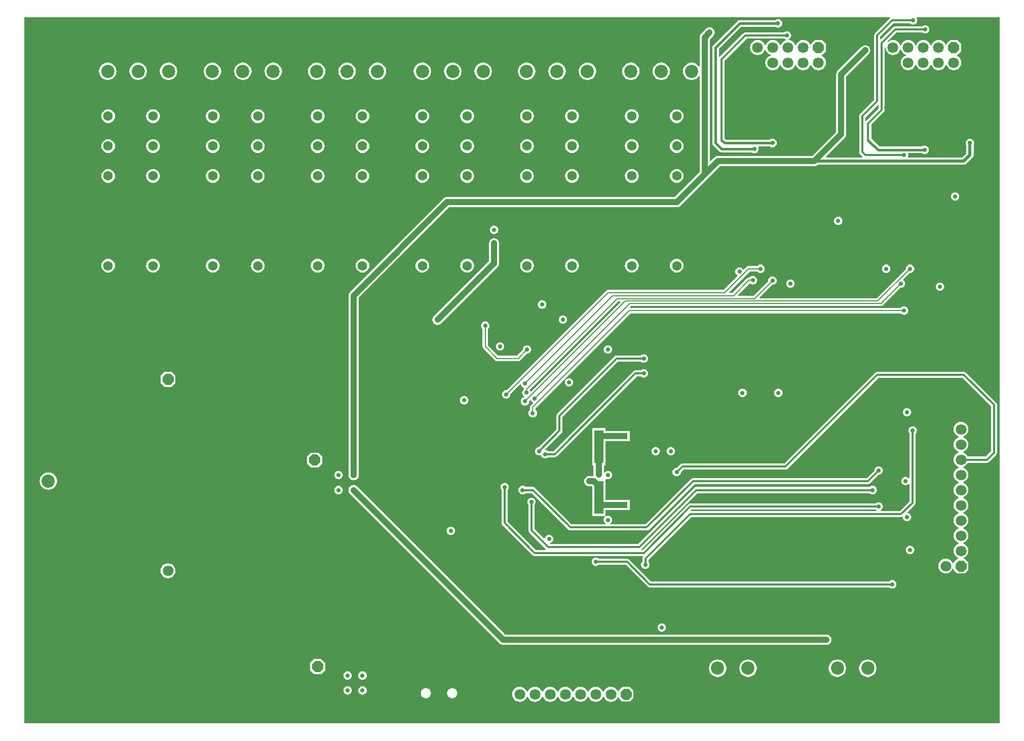
<source format=gbr>
%TF.GenerationSoftware,Altium Limited,Altium Designer,22.4.2 (48)*%
G04 Layer_Physical_Order=4*
G04 Layer_Color=16711680*
%FSLAX45Y45*%
%MOMM*%
%TF.SameCoordinates,A0FECCF5-906F-4CEA-98AF-48209DEEDFB4*%
%TF.FilePolarity,Positive*%
%TF.FileFunction,Copper,L4,Bot,Signal*%
%TF.Part,Single*%
G01*
G75*
%TA.AperFunction,SMDPad,CuDef*%
%ADD16R,1.60000X1.00000*%
%TA.AperFunction,Conductor*%
%ADD31C,0.30000*%
%ADD32C,1.00000*%
%ADD33C,0.40000*%
%ADD34C,0.50000*%
%ADD35C,0.20000*%
%TA.AperFunction,ComponentPad*%
%ADD37C,1.60000*%
%ADD38C,1.80000*%
G04:AMPARAMS|DCode=39|XSize=1.8mm|YSize=1.8mm|CornerRadius=0mm|HoleSize=0mm|Usage=FLASHONLY|Rotation=180.000|XOffset=0mm|YOffset=0mm|HoleType=Round|Shape=Octagon|*
%AMOCTAGOND39*
4,1,8,-0.90000,0.45000,-0.90000,-0.45000,-0.45000,-0.90000,0.45000,-0.90000,0.90000,-0.45000,0.90000,0.45000,0.45000,0.90000,-0.45000,0.90000,-0.90000,0.45000,0.0*
%
%ADD39OCTAGOND39*%

G04:AMPARAMS|DCode=40|XSize=1.8mm|YSize=1.8mm|CornerRadius=0mm|HoleSize=0mm|Usage=FLASHONLY|Rotation=90.000|XOffset=0mm|YOffset=0mm|HoleType=Round|Shape=Octagon|*
%AMOCTAGOND40*
4,1,8,0.45000,0.90000,-0.45000,0.90000,-0.90000,0.45000,-0.90000,-0.45000,-0.45000,-0.90000,0.45000,-0.90000,0.90000,-0.45000,0.90000,0.45000,0.45000,0.90000,0.0*
%
%ADD40OCTAGOND40*%

%ADD41C,2.20000*%
%TA.AperFunction,ViaPad*%
%ADD42C,7.00000*%
%ADD43C,0.70000*%
%TA.AperFunction,SMDPad,CuDef*%
%ADD44R,1.50000X5.50000*%
G36*
X16400000Y100000D02*
X100000D01*
Y11900000D01*
X14561974D01*
X14565826Y11887300D01*
X14563953Y11886048D01*
X14313953Y11636048D01*
X14302901Y11619509D01*
X14299020Y11600000D01*
Y10521116D01*
X14063953Y10286048D01*
X14052901Y10269509D01*
X14049020Y10250000D01*
Y9650000D01*
X14052901Y9630491D01*
X14063953Y9613952D01*
X14104028Y9573875D01*
X14098769Y9561175D01*
X13499014D01*
X13494154Y9572909D01*
X13810623Y9889377D01*
X13824248Y9907133D01*
X13832812Y9927810D01*
X13835733Y9950000D01*
Y10050000D01*
Y10914488D01*
X14210623Y11289377D01*
X14224248Y11307133D01*
X14232812Y11327810D01*
X14235733Y11350000D01*
X14232812Y11372189D01*
X14224248Y11392867D01*
X14210623Y11410623D01*
X14192867Y11424247D01*
X14172189Y11432812D01*
X14150000Y11435733D01*
X14127811Y11432812D01*
X14107133Y11424247D01*
X14089377Y11410623D01*
X13689377Y11010623D01*
X13675752Y10992867D01*
X13667188Y10972189D01*
X13664267Y10950000D01*
Y10050000D01*
Y9985512D01*
X13264488Y9585733D01*
X11687500D01*
X11665311Y9582812D01*
X11644633Y9574247D01*
X11626877Y9560623D01*
X11566217Y9499962D01*
X11554483Y9504822D01*
Y11533238D01*
X11610623Y11589377D01*
X11624247Y11607133D01*
X11632812Y11627810D01*
X11635733Y11650000D01*
X11632812Y11672190D01*
X11624247Y11692867D01*
X11610623Y11710623D01*
X11592867Y11724247D01*
X11572189Y11732812D01*
X11550000Y11735733D01*
X11527810Y11732812D01*
X11507133Y11724247D01*
X11489377Y11710623D01*
X11408127Y11629373D01*
X11394503Y11611617D01*
X11385938Y11590939D01*
X11383017Y11568750D01*
Y11085699D01*
X11370317Y11081388D01*
X11353414Y11103415D01*
X11323125Y11126657D01*
X11287852Y11141268D01*
X11249999Y11146251D01*
X11212147Y11141268D01*
X11176874Y11126657D01*
X11146584Y11103415D01*
X11123342Y11073126D01*
X11108732Y11037853D01*
X11103748Y11000000D01*
X11108732Y10962147D01*
X11123342Y10926875D01*
X11146584Y10896585D01*
X11176874Y10873343D01*
X11212147Y10858732D01*
X11249999Y10853749D01*
X11287852Y10858732D01*
X11323125Y10873343D01*
X11353414Y10896585D01*
X11370317Y10918612D01*
X11383017Y10914301D01*
Y9316762D01*
X10964488Y8898233D01*
X7162500D01*
X7140311Y8895312D01*
X7119633Y8886747D01*
X7101877Y8873123D01*
X5539377Y7310623D01*
X5525753Y7292867D01*
X5517188Y7272189D01*
X5514267Y7250000D01*
Y4250000D01*
X5517188Y4227810D01*
X5525753Y4207133D01*
X5539377Y4189377D01*
X5557133Y4175753D01*
X5577811Y4167188D01*
X5600000Y4164266D01*
X5622189Y4167188D01*
X5642867Y4175753D01*
X5660623Y4189377D01*
X5674247Y4207133D01*
X5682812Y4227810D01*
X5685733Y4250000D01*
Y7214488D01*
X7198012Y8726767D01*
X11000000D01*
X11022190Y8729688D01*
X11042867Y8738253D01*
X11060623Y8751877D01*
X11529373Y9220627D01*
X11723012Y9414267D01*
X13300000D01*
X13322189Y9417188D01*
X13342867Y9425753D01*
X13359901Y9438825D01*
X15800000D01*
X15823412Y9443481D01*
X15843257Y9456743D01*
X15943257Y9556743D01*
X15956519Y9576589D01*
X15961176Y9600000D01*
Y9764772D01*
X15968198Y9781726D01*
X15970604Y9800000D01*
X15968198Y9818273D01*
X15961145Y9835302D01*
X15949924Y9849924D01*
X15935303Y9861145D01*
X15918272Y9868198D01*
X15900000Y9870604D01*
X15881726Y9868198D01*
X15864697Y9861145D01*
X15850075Y9849924D01*
X15838855Y9835302D01*
X15831802Y9818273D01*
X15829396Y9800000D01*
X15831802Y9781726D01*
X15838824Y9764772D01*
Y9625340D01*
X15774660Y9561175D01*
X14873431D01*
X14864946Y9573876D01*
X14868198Y9581727D01*
X14870604Y9600000D01*
X14868198Y9618274D01*
X14866711Y9621865D01*
X14873767Y9632424D01*
X15098567D01*
X15105171Y9627357D01*
X15122198Y9620304D01*
X15140472Y9617898D01*
X15158746Y9620304D01*
X15175775Y9627357D01*
X15190398Y9638577D01*
X15201617Y9653200D01*
X15208672Y9670228D01*
X15211076Y9688502D01*
X15208672Y9706775D01*
X15201617Y9723804D01*
X15190398Y9738426D01*
X15175775Y9749646D01*
X15158746Y9756700D01*
X15140472Y9759106D01*
X15122198Y9756700D01*
X15105171Y9749646D01*
X15098567Y9744579D01*
X14384726D01*
X14250980Y9878326D01*
Y10108173D01*
X14461047Y10318242D01*
X14472099Y10334781D01*
X14475980Y10354290D01*
Y11395750D01*
X14488680Y11396582D01*
X14492844Y11364950D01*
X14505440Y11334542D01*
X14525476Y11308431D01*
X14551587Y11288394D01*
X14581995Y11275799D01*
X14614627Y11271503D01*
X14647258Y11275799D01*
X14677666Y11288394D01*
X14703778Y11308431D01*
X14723814Y11334542D01*
X14735107Y11361810D01*
X14735129Y11361815D01*
X14748125D01*
X14748145Y11361810D01*
X14759439Y11334542D01*
X14779475Y11308431D01*
X14805586Y11288394D01*
X14832855Y11277100D01*
X14832860Y11277080D01*
Y11264083D01*
X14832855Y11264063D01*
X14805586Y11252769D01*
X14779475Y11232732D01*
X14759439Y11206621D01*
X14746844Y11176213D01*
X14742548Y11143581D01*
X14746844Y11110950D01*
X14759439Y11080542D01*
X14779475Y11054431D01*
X14805586Y11034394D01*
X14835995Y11021799D01*
X14868626Y11017503D01*
X14901257Y11021799D01*
X14931667Y11034394D01*
X14957777Y11054431D01*
X14977814Y11080542D01*
X14989108Y11107810D01*
X14989130Y11107815D01*
X15002126D01*
X15002145Y11107810D01*
X15013438Y11080542D01*
X15033476Y11054431D01*
X15059587Y11034394D01*
X15089995Y11021799D01*
X15122627Y11017503D01*
X15155258Y11021799D01*
X15185666Y11034394D01*
X15211778Y11054431D01*
X15231815Y11080542D01*
X15243108Y11107810D01*
X15243129Y11107815D01*
X15256125D01*
X15256145Y11107810D01*
X15267439Y11080542D01*
X15287476Y11054431D01*
X15313586Y11034394D01*
X15343996Y11021799D01*
X15376627Y11017503D01*
X15409258Y11021799D01*
X15439667Y11034394D01*
X15465778Y11054431D01*
X15485814Y11080542D01*
X15497108Y11107810D01*
X15497128Y11107815D01*
X15510126D01*
X15510146Y11107810D01*
X15521439Y11080542D01*
X15541476Y11054431D01*
X15567587Y11034394D01*
X15597995Y11021799D01*
X15630627Y11017503D01*
X15663258Y11021799D01*
X15693666Y11034394D01*
X15719778Y11054431D01*
X15739815Y11080542D01*
X15752409Y11110950D01*
X15756705Y11143581D01*
X15752409Y11176213D01*
X15739815Y11206621D01*
X15719778Y11232732D01*
X15693666Y11252769D01*
X15676494Y11259882D01*
X15679021Y11272582D01*
X15693127D01*
X15755626Y11335082D01*
Y11460081D01*
X15693127Y11522581D01*
X15568127D01*
X15505627Y11460081D01*
Y11445975D01*
X15492928Y11443449D01*
X15485814Y11460621D01*
X15465778Y11486732D01*
X15439667Y11506769D01*
X15409258Y11519364D01*
X15376627Y11523660D01*
X15343996Y11519364D01*
X15313586Y11506769D01*
X15287476Y11486732D01*
X15267439Y11460621D01*
X15256145Y11433353D01*
X15256125Y11433348D01*
X15243129D01*
X15243108Y11433353D01*
X15231815Y11460621D01*
X15211778Y11486732D01*
X15185666Y11506769D01*
X15155258Y11519364D01*
X15122627Y11523660D01*
X15089995Y11519364D01*
X15059587Y11506769D01*
X15033476Y11486732D01*
X15013438Y11460621D01*
X15002145Y11433353D01*
X15002126Y11433348D01*
X14989130D01*
X14989108Y11433353D01*
X14977814Y11460621D01*
X14957777Y11486732D01*
X14931667Y11506769D01*
X14901257Y11519364D01*
X14868626Y11523660D01*
X14835995Y11519364D01*
X14805586Y11506769D01*
X14779475Y11486732D01*
X14759439Y11460621D01*
X14748145Y11433353D01*
X14748125Y11433348D01*
X14735129D01*
X14735107Y11433353D01*
X14723814Y11460621D01*
X14703778Y11486732D01*
X14677666Y11506769D01*
X14647258Y11519364D01*
X14614627Y11523660D01*
X14581995Y11519364D01*
X14551587Y11506769D01*
X14531119Y11491063D01*
X14522728Y11500632D01*
X14671117Y11649020D01*
X15101451D01*
X15114697Y11638855D01*
X15131726Y11631802D01*
X15150000Y11629396D01*
X15168272Y11631802D01*
X15185303Y11638855D01*
X15199924Y11650076D01*
X15211145Y11664698D01*
X15218198Y11681726D01*
X15220604Y11700000D01*
X15218198Y11718273D01*
X15211145Y11735302D01*
X15199924Y11749924D01*
X15185303Y11761145D01*
X15168272Y11768198D01*
X15150000Y11770604D01*
X15131726Y11768198D01*
X15114697Y11761145D01*
X15101451Y11750980D01*
X14650000D01*
X14630492Y11747099D01*
X14613953Y11736048D01*
X14412714Y11534809D01*
X14400980Y11539669D01*
Y11578884D01*
X14621117Y11799020D01*
X14901451D01*
X14914697Y11788855D01*
X14931728Y11781802D01*
X14950000Y11779396D01*
X14968274Y11781802D01*
X14985303Y11788855D01*
X14999925Y11800075D01*
X15011145Y11814698D01*
X15018198Y11831726D01*
X15020604Y11850000D01*
X15018198Y11868273D01*
X15011145Y11885302D01*
X15009612Y11887300D01*
X15015874Y11900000D01*
X16400000D01*
Y100000D01*
D02*
G37*
G36*
X14374020Y10435331D02*
Y10375406D01*
X14163953Y10165338D01*
X14163680Y10164930D01*
X14150980Y10168782D01*
Y10228884D01*
X14362286Y10440191D01*
X14374020Y10435331D01*
D02*
G37*
%LPC*%
G36*
X12692728Y11870604D02*
X12674454Y11868198D01*
X12657426Y11861145D01*
X12650822Y11856077D01*
X12050000D01*
X12028540Y11851809D01*
X12010347Y11839653D01*
X11610347Y11439653D01*
X11598191Y11421460D01*
X11593923Y11400000D01*
Y9800000D01*
X11598191Y9778540D01*
X11610347Y9760347D01*
X11710347Y9660347D01*
X11728540Y9648191D01*
X11750000Y9643923D01*
X12258094D01*
X12264698Y9638855D01*
X12281727Y9631802D01*
X12300000Y9629396D01*
X12318274Y9631802D01*
X12335302Y9638855D01*
X12349925Y9650075D01*
X12361145Y9664698D01*
X12368198Y9681726D01*
X12370604Y9700000D01*
X12368198Y9718273D01*
X12362834Y9731222D01*
X12369118Y9743923D01*
X12558094D01*
X12564698Y9738855D01*
X12581726Y9731802D01*
X12600000Y9729396D01*
X12618273Y9731802D01*
X12635302Y9738855D01*
X12649924Y9750075D01*
X12661145Y9764698D01*
X12668198Y9781726D01*
X12670604Y9800000D01*
X12668198Y9818273D01*
X12661145Y9835302D01*
X12649924Y9849924D01*
X12635302Y9861145D01*
X12618273Y9868198D01*
X12600000Y9870604D01*
X12581726Y9868198D01*
X12564698Y9861145D01*
X12558094Y9856077D01*
X11823228D01*
X11800980Y9878326D01*
Y11178884D01*
X12171116Y11549020D01*
X12794137D01*
X12807385Y11538855D01*
X12824413Y11531802D01*
X12826920Y11519692D01*
X12826672Y11518695D01*
X12797880Y11506769D01*
X12771768Y11486732D01*
X12751732Y11460621D01*
X12740437Y11433353D01*
X12740417Y11433348D01*
X12727421D01*
X12727401Y11433353D01*
X12716106Y11460621D01*
X12696070Y11486732D01*
X12669958Y11506769D01*
X12639551Y11519364D01*
X12606919Y11523660D01*
X12574288Y11519364D01*
X12543880Y11506769D01*
X12517768Y11486732D01*
X12497732Y11460621D01*
X12486437Y11433353D01*
X12486417Y11433348D01*
X12473421D01*
X12473401Y11433353D01*
X12462106Y11460621D01*
X12442070Y11486732D01*
X12415958Y11506769D01*
X12385551Y11519364D01*
X12352919Y11523660D01*
X12320288Y11519364D01*
X12289880Y11506769D01*
X12263768Y11486732D01*
X12243732Y11460621D01*
X12231137Y11430213D01*
X12226841Y11397581D01*
X12231137Y11364950D01*
X12243732Y11334542D01*
X12263768Y11308431D01*
X12289880Y11288394D01*
X12320288Y11275799D01*
X12352919Y11271503D01*
X12385551Y11275799D01*
X12415958Y11288394D01*
X12442070Y11308431D01*
X12462106Y11334542D01*
X12473401Y11361810D01*
X12473421Y11361815D01*
X12486417D01*
X12486437Y11361810D01*
X12497732Y11334542D01*
X12517768Y11308431D01*
X12543880Y11288394D01*
X12571147Y11277100D01*
X12571153Y11277080D01*
Y11264083D01*
X12571147Y11264063D01*
X12543880Y11252769D01*
X12517768Y11232732D01*
X12497732Y11206621D01*
X12485137Y11176213D01*
X12480841Y11143581D01*
X12485137Y11110950D01*
X12497732Y11080542D01*
X12517768Y11054431D01*
X12543880Y11034394D01*
X12574288Y11021799D01*
X12606919Y11017503D01*
X12639551Y11021799D01*
X12669958Y11034394D01*
X12696070Y11054431D01*
X12716106Y11080542D01*
X12727401Y11107810D01*
X12727421Y11107815D01*
X12740417D01*
X12740437Y11107810D01*
X12751732Y11080542D01*
X12771768Y11054431D01*
X12797880Y11034394D01*
X12828288Y11021799D01*
X12860919Y11017503D01*
X12893552Y11021799D01*
X12923958Y11034394D01*
X12950070Y11054431D01*
X12970107Y11080542D01*
X12981401Y11107810D01*
X12981421Y11107815D01*
X12994417D01*
X12994437Y11107810D01*
X13005733Y11080542D01*
X13025768Y11054431D01*
X13051880Y11034394D01*
X13082288Y11021799D01*
X13114919Y11017503D01*
X13147551Y11021799D01*
X13177959Y11034394D01*
X13204070Y11054431D01*
X13224106Y11080542D01*
X13235400Y11107810D01*
X13235422Y11107815D01*
X13248418D01*
X13248438Y11107810D01*
X13259732Y11080542D01*
X13279768Y11054431D01*
X13305881Y11034394D01*
X13336288Y11021799D01*
X13368919Y11017503D01*
X13401550Y11021799D01*
X13431958Y11034394D01*
X13458070Y11054431D01*
X13478107Y11080542D01*
X13490701Y11110950D01*
X13494998Y11143581D01*
X13490701Y11176213D01*
X13478107Y11206621D01*
X13458070Y11232732D01*
X13431958Y11252769D01*
X13414786Y11259882D01*
X13417313Y11272582D01*
X13431419D01*
X13493919Y11335082D01*
Y11460081D01*
X13431419Y11522581D01*
X13306419D01*
X13243919Y11460081D01*
Y11445975D01*
X13231219Y11443449D01*
X13224106Y11460621D01*
X13204070Y11486732D01*
X13177959Y11506769D01*
X13147551Y11519364D01*
X13114919Y11523660D01*
X13082288Y11519364D01*
X13051880Y11506769D01*
X13025768Y11486732D01*
X13005733Y11460621D01*
X12994437Y11433353D01*
X12994417Y11433348D01*
X12981421D01*
X12981401Y11433353D01*
X12970107Y11460621D01*
X12950070Y11486732D01*
X12923958Y11506769D01*
X12893552Y11519364D01*
X12871217Y11522304D01*
X12869501Y11535340D01*
X12877988Y11538855D01*
X12892612Y11550075D01*
X12903831Y11564698D01*
X12910886Y11581726D01*
X12913290Y11600000D01*
X12910886Y11618273D01*
X12903831Y11635302D01*
X12892612Y11649924D01*
X12877988Y11661145D01*
X12860960Y11668198D01*
X12842686Y11670604D01*
X12824413Y11668198D01*
X12807385Y11661145D01*
X12794137Y11650979D01*
X12150000D01*
X12130491Y11647099D01*
X12113952Y11636048D01*
X11718777Y11240873D01*
X11706077Y11246134D01*
Y11376772D01*
X12073228Y11743923D01*
X12650822D01*
X12657426Y11738855D01*
X12674454Y11731802D01*
X12692728Y11729396D01*
X12711002Y11731802D01*
X12728030Y11738855D01*
X12742652Y11750076D01*
X12753873Y11764698D01*
X12760926Y11781726D01*
X12763332Y11800000D01*
X12760926Y11818274D01*
X12753873Y11835302D01*
X12742652Y11849924D01*
X12728030Y11861145D01*
X12711002Y11868198D01*
X12692728Y11870604D01*
D02*
G37*
G36*
X10741999Y11146251D02*
X10704147Y11141268D01*
X10668874Y11126657D01*
X10638584Y11103415D01*
X10615342Y11073126D01*
X10600732Y11037853D01*
X10595748Y11000000D01*
X10600732Y10962147D01*
X10615342Y10926875D01*
X10638584Y10896585D01*
X10668874Y10873343D01*
X10704147Y10858732D01*
X10741999Y10853749D01*
X10779852Y10858732D01*
X10815125Y10873343D01*
X10845414Y10896585D01*
X10868656Y10926875D01*
X10883267Y10962147D01*
X10888251Y11000000D01*
X10883267Y11037853D01*
X10868656Y11073126D01*
X10845414Y11103415D01*
X10815125Y11126657D01*
X10779852Y11141268D01*
X10741999Y11146251D01*
D02*
G37*
G36*
X10233999D02*
X10196147Y11141268D01*
X10160874Y11126657D01*
X10130584Y11103415D01*
X10107342Y11073126D01*
X10092732Y11037853D01*
X10087748Y11000000D01*
X10092732Y10962147D01*
X10107342Y10926875D01*
X10130584Y10896585D01*
X10160874Y10873343D01*
X10196147Y10858732D01*
X10233999Y10853749D01*
X10271852Y10858732D01*
X10307125Y10873343D01*
X10337414Y10896585D01*
X10360656Y10926875D01*
X10375267Y10962147D01*
X10380251Y11000000D01*
X10375267Y11037853D01*
X10360656Y11073126D01*
X10337414Y11103415D01*
X10307125Y11126657D01*
X10271852Y11141268D01*
X10233999Y11146251D01*
D02*
G37*
G36*
X9507999D02*
X9470147Y11141268D01*
X9434874Y11126657D01*
X9404584Y11103415D01*
X9381342Y11073126D01*
X9366732Y11037853D01*
X9361748Y11000000D01*
X9366732Y10962147D01*
X9381342Y10926875D01*
X9404584Y10896585D01*
X9434874Y10873343D01*
X9470147Y10858732D01*
X9507999Y10853749D01*
X9545852Y10858732D01*
X9581125Y10873343D01*
X9611414Y10896585D01*
X9634656Y10926875D01*
X9649267Y10962147D01*
X9654250Y11000000D01*
X9649267Y11037853D01*
X9634656Y11073126D01*
X9611414Y11103415D01*
X9581125Y11126657D01*
X9545852Y11141268D01*
X9507999Y11146251D01*
D02*
G37*
G36*
X8999999D02*
X8962147Y11141268D01*
X8926874Y11126657D01*
X8896584Y11103415D01*
X8873342Y11073126D01*
X8858732Y11037853D01*
X8853748Y11000000D01*
X8858732Y10962147D01*
X8873342Y10926875D01*
X8896584Y10896585D01*
X8926874Y10873343D01*
X8962147Y10858732D01*
X8999999Y10853749D01*
X9037852Y10858732D01*
X9073125Y10873343D01*
X9103414Y10896585D01*
X9126656Y10926875D01*
X9141267Y10962147D01*
X9146250Y11000000D01*
X9141267Y11037853D01*
X9126656Y11073126D01*
X9103414Y11103415D01*
X9073125Y11126657D01*
X9037852Y11141268D01*
X8999999Y11146251D01*
D02*
G37*
G36*
X8491999D02*
X8454147Y11141268D01*
X8418874Y11126657D01*
X8388584Y11103415D01*
X8365342Y11073126D01*
X8350732Y11037853D01*
X8345748Y11000000D01*
X8350732Y10962147D01*
X8365342Y10926875D01*
X8388584Y10896585D01*
X8418874Y10873343D01*
X8454147Y10858732D01*
X8491999Y10853749D01*
X8529852Y10858732D01*
X8565125Y10873343D01*
X8595414Y10896585D01*
X8618656Y10926875D01*
X8633267Y10962147D01*
X8638250Y11000000D01*
X8633267Y11037853D01*
X8618656Y11073126D01*
X8595414Y11103415D01*
X8565125Y11126657D01*
X8529852Y11141268D01*
X8491999Y11146251D01*
D02*
G37*
G36*
X7765999D02*
X7728147Y11141268D01*
X7692874Y11126657D01*
X7662584Y11103415D01*
X7639342Y11073126D01*
X7624732Y11037853D01*
X7619748Y11000000D01*
X7624732Y10962147D01*
X7639342Y10926875D01*
X7662584Y10896585D01*
X7692874Y10873343D01*
X7728147Y10858732D01*
X7765999Y10853749D01*
X7803852Y10858732D01*
X7839125Y10873343D01*
X7869415Y10896585D01*
X7892657Y10926875D01*
X7907267Y10962147D01*
X7912251Y11000000D01*
X7907267Y11037853D01*
X7892657Y11073126D01*
X7869415Y11103415D01*
X7839125Y11126657D01*
X7803852Y11141268D01*
X7765999Y11146251D01*
D02*
G37*
G36*
X7257999D02*
X7220147Y11141268D01*
X7184874Y11126657D01*
X7154584Y11103415D01*
X7131342Y11073126D01*
X7116732Y11037853D01*
X7111748Y11000000D01*
X7116732Y10962147D01*
X7131342Y10926875D01*
X7154584Y10896585D01*
X7184874Y10873343D01*
X7220147Y10858732D01*
X7257999Y10853749D01*
X7295852Y10858732D01*
X7331125Y10873343D01*
X7361415Y10896585D01*
X7384657Y10926875D01*
X7399267Y10962147D01*
X7404251Y11000000D01*
X7399267Y11037853D01*
X7384657Y11073126D01*
X7361415Y11103415D01*
X7331125Y11126657D01*
X7295852Y11141268D01*
X7257999Y11146251D01*
D02*
G37*
G36*
X6749999D02*
X6712147Y11141268D01*
X6676874Y11126657D01*
X6646584Y11103415D01*
X6623342Y11073126D01*
X6608732Y11037853D01*
X6603748Y11000000D01*
X6608732Y10962147D01*
X6623342Y10926875D01*
X6646584Y10896585D01*
X6676874Y10873343D01*
X6712147Y10858732D01*
X6749999Y10853749D01*
X6787852Y10858732D01*
X6823125Y10873343D01*
X6853415Y10896585D01*
X6876657Y10926875D01*
X6891267Y10962147D01*
X6896251Y11000000D01*
X6891267Y11037853D01*
X6876657Y11073126D01*
X6853415Y11103415D01*
X6823125Y11126657D01*
X6787852Y11141268D01*
X6749999Y11146251D01*
D02*
G37*
G36*
X5999999D02*
X5962147Y11141268D01*
X5926874Y11126657D01*
X5896584Y11103415D01*
X5873342Y11073126D01*
X5858732Y11037853D01*
X5853748Y11000000D01*
X5858732Y10962147D01*
X5873342Y10926875D01*
X5896584Y10896585D01*
X5926874Y10873343D01*
X5962147Y10858732D01*
X5999999Y10853749D01*
X6037852Y10858732D01*
X6073125Y10873343D01*
X6103415Y10896585D01*
X6126657Y10926875D01*
X6141267Y10962147D01*
X6146251Y11000000D01*
X6141267Y11037853D01*
X6126657Y11073126D01*
X6103415Y11103415D01*
X6073125Y11126657D01*
X6037852Y11141268D01*
X5999999Y11146251D01*
D02*
G37*
G36*
X5491999D02*
X5454147Y11141268D01*
X5418874Y11126657D01*
X5388584Y11103415D01*
X5365342Y11073126D01*
X5350732Y11037853D01*
X5345748Y11000000D01*
X5350732Y10962147D01*
X5365342Y10926875D01*
X5388584Y10896585D01*
X5418874Y10873343D01*
X5454147Y10858732D01*
X5491999Y10853749D01*
X5529852Y10858732D01*
X5565125Y10873343D01*
X5595415Y10896585D01*
X5618657Y10926875D01*
X5633267Y10962147D01*
X5638251Y11000000D01*
X5633267Y11037853D01*
X5618657Y11073126D01*
X5595415Y11103415D01*
X5565125Y11126657D01*
X5529852Y11141268D01*
X5491999Y11146251D01*
D02*
G37*
G36*
X4983999D02*
X4946147Y11141268D01*
X4910874Y11126657D01*
X4880584Y11103415D01*
X4857342Y11073126D01*
X4842732Y11037853D01*
X4837748Y11000000D01*
X4842732Y10962147D01*
X4857342Y10926875D01*
X4880584Y10896585D01*
X4910874Y10873343D01*
X4946147Y10858732D01*
X4983999Y10853749D01*
X5021852Y10858732D01*
X5057125Y10873343D01*
X5087415Y10896585D01*
X5110657Y10926875D01*
X5125267Y10962147D01*
X5130251Y11000000D01*
X5125267Y11037853D01*
X5110657Y11073126D01*
X5087415Y11103415D01*
X5057125Y11126657D01*
X5021852Y11141268D01*
X4983999Y11146251D01*
D02*
G37*
G36*
X4258000D02*
X4220147Y11141268D01*
X4184874Y11126657D01*
X4154585Y11103415D01*
X4131343Y11073126D01*
X4116732Y11037853D01*
X4111749Y11000000D01*
X4116732Y10962147D01*
X4131343Y10926875D01*
X4154585Y10896585D01*
X4184874Y10873343D01*
X4220147Y10858732D01*
X4258000Y10853749D01*
X4295852Y10858732D01*
X4331125Y10873343D01*
X4361415Y10896585D01*
X4384657Y10926875D01*
X4399268Y10962147D01*
X4404251Y11000000D01*
X4399268Y11037853D01*
X4384657Y11073126D01*
X4361415Y11103415D01*
X4331125Y11126657D01*
X4295852Y11141268D01*
X4258000Y11146251D01*
D02*
G37*
G36*
X3750000D02*
X3712147Y11141268D01*
X3676874Y11126657D01*
X3646585Y11103415D01*
X3623343Y11073126D01*
X3608732Y11037853D01*
X3603749Y11000000D01*
X3608732Y10962147D01*
X3623343Y10926875D01*
X3646585Y10896585D01*
X3676874Y10873343D01*
X3712147Y10858732D01*
X3750000Y10853749D01*
X3787852Y10858732D01*
X3823125Y10873343D01*
X3853415Y10896585D01*
X3876657Y10926875D01*
X3891268Y10962147D01*
X3896251Y11000000D01*
X3891268Y11037853D01*
X3876657Y11073126D01*
X3853415Y11103415D01*
X3823125Y11126657D01*
X3787852Y11141268D01*
X3750000Y11146251D01*
D02*
G37*
G36*
X3242000D02*
X3204147Y11141268D01*
X3168874Y11126657D01*
X3138585Y11103415D01*
X3115343Y11073126D01*
X3100732Y11037853D01*
X3095749Y11000000D01*
X3100732Y10962147D01*
X3115343Y10926875D01*
X3138585Y10896585D01*
X3168874Y10873343D01*
X3204147Y10858732D01*
X3242000Y10853749D01*
X3279852Y10858732D01*
X3315125Y10873343D01*
X3345415Y10896585D01*
X3368657Y10926875D01*
X3383268Y10962147D01*
X3388251Y11000000D01*
X3383268Y11037853D01*
X3368657Y11073126D01*
X3345415Y11103415D01*
X3315125Y11126657D01*
X3279852Y11141268D01*
X3242000Y11146251D01*
D02*
G37*
G36*
X2508000D02*
X2470147Y11141268D01*
X2434874Y11126657D01*
X2404585Y11103415D01*
X2381343Y11073126D01*
X2366732Y11037853D01*
X2361749Y11000000D01*
X2366732Y10962147D01*
X2381343Y10926875D01*
X2404585Y10896585D01*
X2434874Y10873343D01*
X2470147Y10858732D01*
X2508000Y10853749D01*
X2545852Y10858732D01*
X2581125Y10873343D01*
X2611415Y10896585D01*
X2634657Y10926875D01*
X2649267Y10962147D01*
X2654251Y11000000D01*
X2649267Y11037853D01*
X2634657Y11073126D01*
X2611415Y11103415D01*
X2581125Y11126657D01*
X2545852Y11141268D01*
X2508000Y11146251D01*
D02*
G37*
G36*
X2000000D02*
X1962147Y11141268D01*
X1926874Y11126657D01*
X1896585Y11103415D01*
X1873343Y11073126D01*
X1858732Y11037853D01*
X1853749Y11000000D01*
X1858732Y10962147D01*
X1873343Y10926875D01*
X1896585Y10896585D01*
X1926874Y10873343D01*
X1962147Y10858732D01*
X2000000Y10853749D01*
X2037852Y10858732D01*
X2073125Y10873343D01*
X2103415Y10896585D01*
X2126657Y10926875D01*
X2141267Y10962147D01*
X2146251Y11000000D01*
X2141267Y11037853D01*
X2126657Y11073126D01*
X2103415Y11103415D01*
X2073125Y11126657D01*
X2037852Y11141268D01*
X2000000Y11146251D01*
D02*
G37*
G36*
X1492000D02*
X1454147Y11141268D01*
X1418874Y11126657D01*
X1388585Y11103415D01*
X1365343Y11073126D01*
X1350732Y11037853D01*
X1345749Y11000000D01*
X1350732Y10962147D01*
X1365343Y10926875D01*
X1388585Y10896585D01*
X1418874Y10873343D01*
X1454147Y10858732D01*
X1492000Y10853749D01*
X1529852Y10858732D01*
X1565125Y10873343D01*
X1595415Y10896585D01*
X1618657Y10926875D01*
X1633267Y10962147D01*
X1638251Y11000000D01*
X1633267Y11037853D01*
X1618657Y11073126D01*
X1595415Y11103415D01*
X1565125Y11126657D01*
X1529852Y11141268D01*
X1492000Y11146251D01*
D02*
G37*
G36*
X11000000Y10365992D02*
X10969979Y10362040D01*
X10942004Y10350452D01*
X10917981Y10332019D01*
X10899548Y10307996D01*
X10887960Y10280021D01*
X10884008Y10250000D01*
X10887960Y10219979D01*
X10899548Y10192004D01*
X10917981Y10167981D01*
X10942004Y10149548D01*
X10969979Y10137960D01*
X11000000Y10134008D01*
X11030021Y10137960D01*
X11057996Y10149548D01*
X11082019Y10167981D01*
X11100452Y10192004D01*
X11112040Y10219979D01*
X11115992Y10250000D01*
X11112040Y10280021D01*
X11100452Y10307996D01*
X11082019Y10332019D01*
X11057996Y10350452D01*
X11030021Y10362040D01*
X11000000Y10365992D01*
D02*
G37*
G36*
X10250000D02*
X10219979Y10362040D01*
X10192004Y10350452D01*
X10167981Y10332019D01*
X10149548Y10307996D01*
X10137960Y10280021D01*
X10134008Y10250000D01*
X10137960Y10219979D01*
X10149548Y10192004D01*
X10167981Y10167981D01*
X10192004Y10149548D01*
X10219979Y10137960D01*
X10250000Y10134008D01*
X10280021Y10137960D01*
X10307996Y10149548D01*
X10332019Y10167981D01*
X10350452Y10192004D01*
X10362040Y10219979D01*
X10365992Y10250000D01*
X10362040Y10280021D01*
X10350452Y10307996D01*
X10332019Y10332019D01*
X10307996Y10350452D01*
X10280021Y10362040D01*
X10250000Y10365992D01*
D02*
G37*
G36*
X9250000D02*
X9219979Y10362040D01*
X9192004Y10350452D01*
X9167981Y10332019D01*
X9149548Y10307996D01*
X9137960Y10280021D01*
X9134008Y10250000D01*
X9137960Y10219979D01*
X9149548Y10192004D01*
X9167981Y10167981D01*
X9192004Y10149548D01*
X9219979Y10137960D01*
X9250000Y10134008D01*
X9280021Y10137960D01*
X9307996Y10149548D01*
X9332019Y10167981D01*
X9350452Y10192004D01*
X9362040Y10219979D01*
X9365992Y10250000D01*
X9362040Y10280021D01*
X9350452Y10307996D01*
X9332019Y10332019D01*
X9307996Y10350452D01*
X9280021Y10362040D01*
X9250000Y10365992D01*
D02*
G37*
G36*
X8500000D02*
X8469979Y10362040D01*
X8442004Y10350452D01*
X8417981Y10332019D01*
X8399548Y10307996D01*
X8387960Y10280021D01*
X8384008Y10250000D01*
X8387960Y10219979D01*
X8399548Y10192004D01*
X8417981Y10167981D01*
X8442004Y10149548D01*
X8469979Y10137960D01*
X8500000Y10134008D01*
X8530021Y10137960D01*
X8557996Y10149548D01*
X8582019Y10167981D01*
X8600452Y10192004D01*
X8612040Y10219979D01*
X8615992Y10250000D01*
X8612040Y10280021D01*
X8600452Y10307996D01*
X8582019Y10332019D01*
X8557996Y10350452D01*
X8530021Y10362040D01*
X8500000Y10365992D01*
D02*
G37*
G36*
X7500000D02*
X7469979Y10362040D01*
X7442004Y10350452D01*
X7417981Y10332019D01*
X7399548Y10307996D01*
X7387960Y10280021D01*
X7384008Y10250000D01*
X7387960Y10219979D01*
X7399548Y10192004D01*
X7417981Y10167981D01*
X7442004Y10149548D01*
X7469979Y10137960D01*
X7500000Y10134008D01*
X7530021Y10137960D01*
X7557996Y10149548D01*
X7582019Y10167981D01*
X7600452Y10192004D01*
X7612040Y10219979D01*
X7615992Y10250000D01*
X7612040Y10280021D01*
X7600452Y10307996D01*
X7582019Y10332019D01*
X7557996Y10350452D01*
X7530021Y10362040D01*
X7500000Y10365992D01*
D02*
G37*
G36*
X6750000D02*
X6719979Y10362040D01*
X6692004Y10350452D01*
X6667981Y10332019D01*
X6649548Y10307996D01*
X6637960Y10280021D01*
X6634008Y10250000D01*
X6637960Y10219979D01*
X6649548Y10192004D01*
X6667981Y10167981D01*
X6692004Y10149548D01*
X6719979Y10137960D01*
X6750000Y10134008D01*
X6780021Y10137960D01*
X6807996Y10149548D01*
X6832019Y10167981D01*
X6850452Y10192004D01*
X6862040Y10219979D01*
X6865992Y10250000D01*
X6862040Y10280021D01*
X6850452Y10307996D01*
X6832019Y10332019D01*
X6807996Y10350452D01*
X6780021Y10362040D01*
X6750000Y10365992D01*
D02*
G37*
G36*
X5750000D02*
X5719979Y10362040D01*
X5692004Y10350452D01*
X5667981Y10332019D01*
X5649548Y10307996D01*
X5637960Y10280021D01*
X5634008Y10250000D01*
X5637960Y10219979D01*
X5649548Y10192004D01*
X5667981Y10167981D01*
X5692004Y10149548D01*
X5719979Y10137960D01*
X5750000Y10134008D01*
X5780021Y10137960D01*
X5807996Y10149548D01*
X5832019Y10167981D01*
X5850452Y10192004D01*
X5862040Y10219979D01*
X5865992Y10250000D01*
X5862040Y10280021D01*
X5850452Y10307996D01*
X5832019Y10332019D01*
X5807996Y10350452D01*
X5780021Y10362040D01*
X5750000Y10365992D01*
D02*
G37*
G36*
X5000000D02*
X4969979Y10362040D01*
X4942004Y10350452D01*
X4917981Y10332019D01*
X4899548Y10307996D01*
X4887960Y10280021D01*
X4884008Y10250000D01*
X4887960Y10219979D01*
X4899548Y10192004D01*
X4917981Y10167981D01*
X4942004Y10149548D01*
X4969979Y10137960D01*
X5000000Y10134008D01*
X5030021Y10137960D01*
X5057996Y10149548D01*
X5082019Y10167981D01*
X5100452Y10192004D01*
X5112040Y10219979D01*
X5115992Y10250000D01*
X5112040Y10280021D01*
X5100452Y10307996D01*
X5082019Y10332019D01*
X5057996Y10350452D01*
X5030021Y10362040D01*
X5000000Y10365992D01*
D02*
G37*
G36*
X4000000D02*
X3969979Y10362040D01*
X3942004Y10350452D01*
X3917981Y10332019D01*
X3899548Y10307996D01*
X3887960Y10280021D01*
X3884008Y10250000D01*
X3887960Y10219979D01*
X3899548Y10192004D01*
X3917981Y10167981D01*
X3942004Y10149548D01*
X3969979Y10137960D01*
X4000000Y10134008D01*
X4030021Y10137960D01*
X4057996Y10149548D01*
X4082019Y10167981D01*
X4100452Y10192004D01*
X4112040Y10219979D01*
X4115992Y10250000D01*
X4112040Y10280021D01*
X4100452Y10307996D01*
X4082019Y10332019D01*
X4057996Y10350452D01*
X4030021Y10362040D01*
X4000000Y10365992D01*
D02*
G37*
G36*
X3250000D02*
X3219979Y10362040D01*
X3192004Y10350452D01*
X3167981Y10332019D01*
X3149548Y10307996D01*
X3137960Y10280021D01*
X3134008Y10250000D01*
X3137960Y10219979D01*
X3149548Y10192004D01*
X3167981Y10167981D01*
X3192004Y10149548D01*
X3219979Y10137960D01*
X3250000Y10134008D01*
X3280021Y10137960D01*
X3307996Y10149548D01*
X3332019Y10167981D01*
X3350452Y10192004D01*
X3362040Y10219979D01*
X3365992Y10250000D01*
X3362040Y10280021D01*
X3350452Y10307996D01*
X3332019Y10332019D01*
X3307996Y10350452D01*
X3280021Y10362040D01*
X3250000Y10365992D01*
D02*
G37*
G36*
X2250000D02*
X2219979Y10362040D01*
X2192004Y10350452D01*
X2167981Y10332019D01*
X2149548Y10307996D01*
X2137960Y10280021D01*
X2134008Y10250000D01*
X2137960Y10219979D01*
X2149548Y10192004D01*
X2167981Y10167981D01*
X2192004Y10149548D01*
X2219979Y10137960D01*
X2250000Y10134008D01*
X2280021Y10137960D01*
X2307996Y10149548D01*
X2332019Y10167981D01*
X2350452Y10192004D01*
X2362040Y10219979D01*
X2365992Y10250000D01*
X2362040Y10280021D01*
X2350452Y10307996D01*
X2332019Y10332019D01*
X2307996Y10350452D01*
X2280021Y10362040D01*
X2250000Y10365992D01*
D02*
G37*
G36*
X1500000D02*
X1469979Y10362040D01*
X1442004Y10350452D01*
X1417981Y10332019D01*
X1399548Y10307996D01*
X1387960Y10280021D01*
X1384008Y10250000D01*
X1387960Y10219979D01*
X1399548Y10192004D01*
X1417981Y10167981D01*
X1442004Y10149548D01*
X1469979Y10137960D01*
X1500000Y10134008D01*
X1530021Y10137960D01*
X1557996Y10149548D01*
X1582019Y10167981D01*
X1600452Y10192004D01*
X1612040Y10219979D01*
X1615992Y10250000D01*
X1612040Y10280021D01*
X1600452Y10307996D01*
X1582019Y10332019D01*
X1557996Y10350452D01*
X1530021Y10362040D01*
X1500000Y10365992D01*
D02*
G37*
G36*
X11000000Y9865992D02*
X10969979Y9862040D01*
X10942004Y9850452D01*
X10917981Y9832019D01*
X10899548Y9807996D01*
X10887960Y9780021D01*
X10884008Y9750000D01*
X10887960Y9719979D01*
X10899548Y9692004D01*
X10917981Y9667981D01*
X10942004Y9649548D01*
X10969979Y9637960D01*
X11000000Y9634008D01*
X11030021Y9637960D01*
X11057996Y9649548D01*
X11082019Y9667981D01*
X11100452Y9692004D01*
X11112040Y9719979D01*
X11115992Y9750000D01*
X11112040Y9780021D01*
X11100452Y9807996D01*
X11082019Y9832019D01*
X11057996Y9850452D01*
X11030021Y9862040D01*
X11000000Y9865992D01*
D02*
G37*
G36*
X10250000D02*
X10219979Y9862040D01*
X10192004Y9850452D01*
X10167981Y9832019D01*
X10149548Y9807996D01*
X10137960Y9780021D01*
X10134008Y9750000D01*
X10137960Y9719979D01*
X10149548Y9692004D01*
X10167981Y9667981D01*
X10192004Y9649548D01*
X10219979Y9637960D01*
X10250000Y9634008D01*
X10280021Y9637960D01*
X10307996Y9649548D01*
X10332019Y9667981D01*
X10350452Y9692004D01*
X10362040Y9719979D01*
X10365992Y9750000D01*
X10362040Y9780021D01*
X10350452Y9807996D01*
X10332019Y9832019D01*
X10307996Y9850452D01*
X10280021Y9862040D01*
X10250000Y9865992D01*
D02*
G37*
G36*
X9250000D02*
X9219979Y9862040D01*
X9192004Y9850452D01*
X9167981Y9832019D01*
X9149548Y9807996D01*
X9137960Y9780021D01*
X9134008Y9750000D01*
X9137960Y9719979D01*
X9149548Y9692004D01*
X9167981Y9667981D01*
X9192004Y9649548D01*
X9219979Y9637960D01*
X9250000Y9634008D01*
X9280021Y9637960D01*
X9307996Y9649548D01*
X9332019Y9667981D01*
X9350452Y9692004D01*
X9362040Y9719979D01*
X9365992Y9750000D01*
X9362040Y9780021D01*
X9350452Y9807996D01*
X9332019Y9832019D01*
X9307996Y9850452D01*
X9280021Y9862040D01*
X9250000Y9865992D01*
D02*
G37*
G36*
X8500000D02*
X8469979Y9862040D01*
X8442004Y9850452D01*
X8417981Y9832019D01*
X8399548Y9807996D01*
X8387960Y9780021D01*
X8384008Y9750000D01*
X8387960Y9719979D01*
X8399548Y9692004D01*
X8417981Y9667981D01*
X8442004Y9649548D01*
X8469979Y9637960D01*
X8500000Y9634008D01*
X8530021Y9637960D01*
X8557996Y9649548D01*
X8582019Y9667981D01*
X8600452Y9692004D01*
X8612040Y9719979D01*
X8615992Y9750000D01*
X8612040Y9780021D01*
X8600452Y9807996D01*
X8582019Y9832019D01*
X8557996Y9850452D01*
X8530021Y9862040D01*
X8500000Y9865992D01*
D02*
G37*
G36*
X7500000D02*
X7469979Y9862040D01*
X7442004Y9850452D01*
X7417981Y9832019D01*
X7399548Y9807996D01*
X7387960Y9780021D01*
X7384008Y9750000D01*
X7387960Y9719979D01*
X7399548Y9692004D01*
X7417981Y9667981D01*
X7442004Y9649548D01*
X7469979Y9637960D01*
X7500000Y9634008D01*
X7530021Y9637960D01*
X7557996Y9649548D01*
X7582019Y9667981D01*
X7600452Y9692004D01*
X7612040Y9719979D01*
X7615992Y9750000D01*
X7612040Y9780021D01*
X7600452Y9807996D01*
X7582019Y9832019D01*
X7557996Y9850452D01*
X7530021Y9862040D01*
X7500000Y9865992D01*
D02*
G37*
G36*
X6750000D02*
X6719979Y9862040D01*
X6692004Y9850452D01*
X6667981Y9832019D01*
X6649548Y9807996D01*
X6637960Y9780021D01*
X6634008Y9750000D01*
X6637960Y9719979D01*
X6649548Y9692004D01*
X6667981Y9667981D01*
X6692004Y9649548D01*
X6719979Y9637960D01*
X6750000Y9634008D01*
X6780021Y9637960D01*
X6807996Y9649548D01*
X6832019Y9667981D01*
X6850452Y9692004D01*
X6862040Y9719979D01*
X6865992Y9750000D01*
X6862040Y9780021D01*
X6850452Y9807996D01*
X6832019Y9832019D01*
X6807996Y9850452D01*
X6780021Y9862040D01*
X6750000Y9865992D01*
D02*
G37*
G36*
X5750000D02*
X5719979Y9862040D01*
X5692004Y9850452D01*
X5667981Y9832019D01*
X5649548Y9807996D01*
X5637960Y9780021D01*
X5634008Y9750000D01*
X5637960Y9719979D01*
X5649548Y9692004D01*
X5667981Y9667981D01*
X5692004Y9649548D01*
X5719979Y9637960D01*
X5750000Y9634008D01*
X5780021Y9637960D01*
X5807996Y9649548D01*
X5832019Y9667981D01*
X5850452Y9692004D01*
X5862040Y9719979D01*
X5865992Y9750000D01*
X5862040Y9780021D01*
X5850452Y9807996D01*
X5832019Y9832019D01*
X5807996Y9850452D01*
X5780021Y9862040D01*
X5750000Y9865992D01*
D02*
G37*
G36*
X5000000D02*
X4969979Y9862040D01*
X4942004Y9850452D01*
X4917981Y9832019D01*
X4899548Y9807996D01*
X4887960Y9780021D01*
X4884008Y9750000D01*
X4887960Y9719979D01*
X4899548Y9692004D01*
X4917981Y9667981D01*
X4942004Y9649548D01*
X4969979Y9637960D01*
X5000000Y9634008D01*
X5030021Y9637960D01*
X5057996Y9649548D01*
X5082019Y9667981D01*
X5100452Y9692004D01*
X5112040Y9719979D01*
X5115992Y9750000D01*
X5112040Y9780021D01*
X5100452Y9807996D01*
X5082019Y9832019D01*
X5057996Y9850452D01*
X5030021Y9862040D01*
X5000000Y9865992D01*
D02*
G37*
G36*
X4000000D02*
X3969979Y9862040D01*
X3942004Y9850452D01*
X3917981Y9832019D01*
X3899548Y9807996D01*
X3887960Y9780021D01*
X3884008Y9750000D01*
X3887960Y9719979D01*
X3899548Y9692004D01*
X3917981Y9667981D01*
X3942004Y9649548D01*
X3969979Y9637960D01*
X4000000Y9634008D01*
X4030021Y9637960D01*
X4057996Y9649548D01*
X4082019Y9667981D01*
X4100452Y9692004D01*
X4112040Y9719979D01*
X4115992Y9750000D01*
X4112040Y9780021D01*
X4100452Y9807996D01*
X4082019Y9832019D01*
X4057996Y9850452D01*
X4030021Y9862040D01*
X4000000Y9865992D01*
D02*
G37*
G36*
X3250000D02*
X3219979Y9862040D01*
X3192004Y9850452D01*
X3167981Y9832019D01*
X3149548Y9807996D01*
X3137960Y9780021D01*
X3134008Y9750000D01*
X3137960Y9719979D01*
X3149548Y9692004D01*
X3167981Y9667981D01*
X3192004Y9649548D01*
X3219979Y9637960D01*
X3250000Y9634008D01*
X3280021Y9637960D01*
X3307996Y9649548D01*
X3332019Y9667981D01*
X3350452Y9692004D01*
X3362040Y9719979D01*
X3365992Y9750000D01*
X3362040Y9780021D01*
X3350452Y9807996D01*
X3332019Y9832019D01*
X3307996Y9850452D01*
X3280021Y9862040D01*
X3250000Y9865992D01*
D02*
G37*
G36*
X2250000D02*
X2219979Y9862040D01*
X2192004Y9850452D01*
X2167981Y9832019D01*
X2149548Y9807996D01*
X2137960Y9780021D01*
X2134008Y9750000D01*
X2137960Y9719979D01*
X2149548Y9692004D01*
X2167981Y9667981D01*
X2192004Y9649548D01*
X2219979Y9637960D01*
X2250000Y9634008D01*
X2280021Y9637960D01*
X2307996Y9649548D01*
X2332019Y9667981D01*
X2350452Y9692004D01*
X2362040Y9719979D01*
X2365992Y9750000D01*
X2362040Y9780021D01*
X2350452Y9807996D01*
X2332019Y9832019D01*
X2307996Y9850452D01*
X2280021Y9862040D01*
X2250000Y9865992D01*
D02*
G37*
G36*
X1500000D02*
X1469979Y9862040D01*
X1442004Y9850452D01*
X1417981Y9832019D01*
X1399548Y9807996D01*
X1387960Y9780021D01*
X1384008Y9750000D01*
X1387960Y9719979D01*
X1399548Y9692004D01*
X1417981Y9667981D01*
X1442004Y9649548D01*
X1469979Y9637960D01*
X1500000Y9634008D01*
X1530021Y9637960D01*
X1557996Y9649548D01*
X1582019Y9667981D01*
X1600452Y9692004D01*
X1612040Y9719979D01*
X1615992Y9750000D01*
X1612040Y9780021D01*
X1600452Y9807996D01*
X1582019Y9832019D01*
X1557996Y9850452D01*
X1530021Y9862040D01*
X1500000Y9865992D01*
D02*
G37*
G36*
X11000000Y9365992D02*
X10969979Y9362040D01*
X10942004Y9350452D01*
X10917981Y9332019D01*
X10899548Y9307996D01*
X10887960Y9280021D01*
X10884008Y9250000D01*
X10887960Y9219979D01*
X10899548Y9192004D01*
X10917981Y9167981D01*
X10942004Y9149548D01*
X10969979Y9137960D01*
X11000000Y9134008D01*
X11030021Y9137960D01*
X11057996Y9149548D01*
X11082019Y9167981D01*
X11100452Y9192004D01*
X11112040Y9219979D01*
X11115992Y9250000D01*
X11112040Y9280021D01*
X11100452Y9307996D01*
X11082019Y9332019D01*
X11057996Y9350452D01*
X11030021Y9362040D01*
X11000000Y9365992D01*
D02*
G37*
G36*
X10250000D02*
X10219979Y9362040D01*
X10192004Y9350452D01*
X10167981Y9332019D01*
X10149548Y9307996D01*
X10137960Y9280021D01*
X10134008Y9250000D01*
X10137960Y9219979D01*
X10149548Y9192004D01*
X10167981Y9167981D01*
X10192004Y9149548D01*
X10219979Y9137960D01*
X10250000Y9134008D01*
X10280021Y9137960D01*
X10307996Y9149548D01*
X10332019Y9167981D01*
X10350452Y9192004D01*
X10362040Y9219979D01*
X10365992Y9250000D01*
X10362040Y9280021D01*
X10350452Y9307996D01*
X10332019Y9332019D01*
X10307996Y9350452D01*
X10280021Y9362040D01*
X10250000Y9365992D01*
D02*
G37*
G36*
X9250000D02*
X9219979Y9362040D01*
X9192004Y9350452D01*
X9167981Y9332019D01*
X9149548Y9307996D01*
X9137960Y9280021D01*
X9134008Y9250000D01*
X9137960Y9219979D01*
X9149548Y9192004D01*
X9167981Y9167981D01*
X9192004Y9149548D01*
X9219979Y9137960D01*
X9250000Y9134008D01*
X9280021Y9137960D01*
X9307996Y9149548D01*
X9332019Y9167981D01*
X9350452Y9192004D01*
X9362040Y9219979D01*
X9365992Y9250000D01*
X9362040Y9280021D01*
X9350452Y9307996D01*
X9332019Y9332019D01*
X9307996Y9350452D01*
X9280021Y9362040D01*
X9250000Y9365992D01*
D02*
G37*
G36*
X8500000D02*
X8469979Y9362040D01*
X8442004Y9350452D01*
X8417981Y9332019D01*
X8399548Y9307996D01*
X8387960Y9280021D01*
X8384008Y9250000D01*
X8387960Y9219979D01*
X8399548Y9192004D01*
X8417981Y9167981D01*
X8442004Y9149548D01*
X8469979Y9137960D01*
X8500000Y9134008D01*
X8530021Y9137960D01*
X8557996Y9149548D01*
X8582019Y9167981D01*
X8600452Y9192004D01*
X8612040Y9219979D01*
X8615992Y9250000D01*
X8612040Y9280021D01*
X8600452Y9307996D01*
X8582019Y9332019D01*
X8557996Y9350452D01*
X8530021Y9362040D01*
X8500000Y9365992D01*
D02*
G37*
G36*
X7500000D02*
X7469979Y9362040D01*
X7442004Y9350452D01*
X7417981Y9332019D01*
X7399548Y9307996D01*
X7387960Y9280021D01*
X7384008Y9250000D01*
X7387960Y9219979D01*
X7399548Y9192004D01*
X7417981Y9167981D01*
X7442004Y9149548D01*
X7469979Y9137960D01*
X7500000Y9134008D01*
X7530021Y9137960D01*
X7557996Y9149548D01*
X7582019Y9167981D01*
X7600452Y9192004D01*
X7612040Y9219979D01*
X7615992Y9250000D01*
X7612040Y9280021D01*
X7600452Y9307996D01*
X7582019Y9332019D01*
X7557996Y9350452D01*
X7530021Y9362040D01*
X7500000Y9365992D01*
D02*
G37*
G36*
X6750000D02*
X6719979Y9362040D01*
X6692004Y9350452D01*
X6667981Y9332019D01*
X6649548Y9307996D01*
X6637960Y9280021D01*
X6634008Y9250000D01*
X6637960Y9219979D01*
X6649548Y9192004D01*
X6667981Y9167981D01*
X6692004Y9149548D01*
X6719979Y9137960D01*
X6750000Y9134008D01*
X6780021Y9137960D01*
X6807996Y9149548D01*
X6832019Y9167981D01*
X6850452Y9192004D01*
X6862040Y9219979D01*
X6865992Y9250000D01*
X6862040Y9280021D01*
X6850452Y9307996D01*
X6832019Y9332019D01*
X6807996Y9350452D01*
X6780021Y9362040D01*
X6750000Y9365992D01*
D02*
G37*
G36*
X5750000D02*
X5719979Y9362040D01*
X5692004Y9350452D01*
X5667981Y9332019D01*
X5649548Y9307996D01*
X5637960Y9280021D01*
X5634008Y9250000D01*
X5637960Y9219979D01*
X5649548Y9192004D01*
X5667981Y9167981D01*
X5692004Y9149548D01*
X5719979Y9137960D01*
X5750000Y9134008D01*
X5780021Y9137960D01*
X5807996Y9149548D01*
X5832019Y9167981D01*
X5850452Y9192004D01*
X5862040Y9219979D01*
X5865992Y9250000D01*
X5862040Y9280021D01*
X5850452Y9307996D01*
X5832019Y9332019D01*
X5807996Y9350452D01*
X5780021Y9362040D01*
X5750000Y9365992D01*
D02*
G37*
G36*
X5000000D02*
X4969979Y9362040D01*
X4942004Y9350452D01*
X4917981Y9332019D01*
X4899548Y9307996D01*
X4887960Y9280021D01*
X4884008Y9250000D01*
X4887960Y9219979D01*
X4899548Y9192004D01*
X4917981Y9167981D01*
X4942004Y9149548D01*
X4969979Y9137960D01*
X5000000Y9134008D01*
X5030021Y9137960D01*
X5057996Y9149548D01*
X5082019Y9167981D01*
X5100452Y9192004D01*
X5112040Y9219979D01*
X5115992Y9250000D01*
X5112040Y9280021D01*
X5100452Y9307996D01*
X5082019Y9332019D01*
X5057996Y9350452D01*
X5030021Y9362040D01*
X5000000Y9365992D01*
D02*
G37*
G36*
X4000000D02*
X3969979Y9362040D01*
X3942004Y9350452D01*
X3917981Y9332019D01*
X3899548Y9307996D01*
X3887960Y9280021D01*
X3884008Y9250000D01*
X3887960Y9219979D01*
X3899548Y9192004D01*
X3917981Y9167981D01*
X3942004Y9149548D01*
X3969979Y9137960D01*
X4000000Y9134008D01*
X4030021Y9137960D01*
X4057996Y9149548D01*
X4082019Y9167981D01*
X4100452Y9192004D01*
X4112040Y9219979D01*
X4115992Y9250000D01*
X4112040Y9280021D01*
X4100452Y9307996D01*
X4082019Y9332019D01*
X4057996Y9350452D01*
X4030021Y9362040D01*
X4000000Y9365992D01*
D02*
G37*
G36*
X3250000D02*
X3219979Y9362040D01*
X3192004Y9350452D01*
X3167981Y9332019D01*
X3149548Y9307996D01*
X3137960Y9280021D01*
X3134008Y9250000D01*
X3137960Y9219979D01*
X3149548Y9192004D01*
X3167981Y9167981D01*
X3192004Y9149548D01*
X3219979Y9137960D01*
X3250000Y9134008D01*
X3280021Y9137960D01*
X3307996Y9149548D01*
X3332019Y9167981D01*
X3350452Y9192004D01*
X3362040Y9219979D01*
X3365992Y9250000D01*
X3362040Y9280021D01*
X3350452Y9307996D01*
X3332019Y9332019D01*
X3307996Y9350452D01*
X3280021Y9362040D01*
X3250000Y9365992D01*
D02*
G37*
G36*
X2250000D02*
X2219979Y9362040D01*
X2192004Y9350452D01*
X2167981Y9332019D01*
X2149548Y9307996D01*
X2137960Y9280021D01*
X2134008Y9250000D01*
X2137960Y9219979D01*
X2149548Y9192004D01*
X2167981Y9167981D01*
X2192004Y9149548D01*
X2219979Y9137960D01*
X2250000Y9134008D01*
X2280021Y9137960D01*
X2307996Y9149548D01*
X2332019Y9167981D01*
X2350452Y9192004D01*
X2362040Y9219979D01*
X2365992Y9250000D01*
X2362040Y9280021D01*
X2350452Y9307996D01*
X2332019Y9332019D01*
X2307996Y9350452D01*
X2280021Y9362040D01*
X2250000Y9365992D01*
D02*
G37*
G36*
X1500000D02*
X1469979Y9362040D01*
X1442004Y9350452D01*
X1417981Y9332019D01*
X1399548Y9307996D01*
X1387960Y9280021D01*
X1384008Y9250000D01*
X1387960Y9219979D01*
X1399548Y9192004D01*
X1417981Y9167981D01*
X1442004Y9149548D01*
X1469979Y9137960D01*
X1500000Y9134008D01*
X1530021Y9137960D01*
X1557996Y9149548D01*
X1582019Y9167981D01*
X1600452Y9192004D01*
X1612040Y9219979D01*
X1615992Y9250000D01*
X1612040Y9280021D01*
X1600452Y9307996D01*
X1582019Y9332019D01*
X1557996Y9350452D01*
X1530021Y9362040D01*
X1500000Y9365992D01*
D02*
G37*
G36*
X15651234Y8976078D02*
X15632961Y8973672D01*
X15615932Y8966618D01*
X15601309Y8955398D01*
X15590089Y8940776D01*
X15583035Y8923747D01*
X15580630Y8905474D01*
X15583035Y8887200D01*
X15590089Y8870172D01*
X15601309Y8855549D01*
X15615932Y8844329D01*
X15632961Y8837276D01*
X15651234Y8834870D01*
X15669507Y8837276D01*
X15686536Y8844329D01*
X15701158Y8855549D01*
X15712378Y8870172D01*
X15719432Y8887200D01*
X15721837Y8905474D01*
X15719432Y8923747D01*
X15712378Y8940776D01*
X15701158Y8955398D01*
X15686536Y8966618D01*
X15669507Y8973672D01*
X15651234Y8976078D01*
D02*
G37*
G36*
X13700000Y8570604D02*
X13681728Y8568198D01*
X13664697Y8561145D01*
X13650076Y8549924D01*
X13638855Y8535302D01*
X13631802Y8518274D01*
X13629396Y8500000D01*
X13631802Y8481726D01*
X13638855Y8464698D01*
X13650076Y8450076D01*
X13664697Y8438855D01*
X13681728Y8431802D01*
X13700000Y8429396D01*
X13718274Y8431802D01*
X13735303Y8438855D01*
X13749924Y8450076D01*
X13761145Y8464698D01*
X13768198Y8481726D01*
X13770604Y8500000D01*
X13768198Y8518274D01*
X13761145Y8535302D01*
X13749924Y8549924D01*
X13735303Y8561145D01*
X13718274Y8568198D01*
X13700000Y8570604D01*
D02*
G37*
G36*
X7950000Y8420604D02*
X7931727Y8418198D01*
X7914698Y8411145D01*
X7900076Y8399925D01*
X7888855Y8385302D01*
X7881802Y8368274D01*
X7879396Y8350000D01*
X7881802Y8331727D01*
X7888855Y8314698D01*
X7900076Y8300076D01*
X7914698Y8288855D01*
X7931727Y8281802D01*
X7950000Y8279396D01*
X7968274Y8281802D01*
X7985302Y8288855D01*
X7999925Y8300076D01*
X8011145Y8314698D01*
X8018198Y8331727D01*
X8020604Y8350000D01*
X8018198Y8368274D01*
X8011145Y8385302D01*
X7999925Y8399925D01*
X7985302Y8411145D01*
X7968274Y8418198D01*
X7950000Y8420604D01*
D02*
G37*
G36*
X11000000Y7865992D02*
X10969979Y7862040D01*
X10942004Y7850452D01*
X10917981Y7832019D01*
X10899548Y7807996D01*
X10887960Y7780021D01*
X10884008Y7750000D01*
X10887960Y7719979D01*
X10899548Y7692004D01*
X10917981Y7667981D01*
X10942004Y7649548D01*
X10969979Y7637960D01*
X11000000Y7634008D01*
X11030021Y7637960D01*
X11057996Y7649548D01*
X11082019Y7667981D01*
X11100452Y7692004D01*
X11112040Y7719979D01*
X11115992Y7750000D01*
X11112040Y7780021D01*
X11100452Y7807996D01*
X11082019Y7832019D01*
X11057996Y7850452D01*
X11030021Y7862040D01*
X11000000Y7865992D01*
D02*
G37*
G36*
X10250000D02*
X10219979Y7862040D01*
X10192004Y7850452D01*
X10167981Y7832019D01*
X10149548Y7807996D01*
X10137960Y7780021D01*
X10134008Y7750000D01*
X10137960Y7719979D01*
X10149548Y7692004D01*
X10167981Y7667981D01*
X10192004Y7649548D01*
X10219979Y7637960D01*
X10250000Y7634008D01*
X10280021Y7637960D01*
X10307996Y7649548D01*
X10332019Y7667981D01*
X10350452Y7692004D01*
X10362040Y7719979D01*
X10365992Y7750000D01*
X10362040Y7780021D01*
X10350452Y7807996D01*
X10332019Y7832019D01*
X10307996Y7850452D01*
X10280021Y7862040D01*
X10250000Y7865992D01*
D02*
G37*
G36*
X9250000D02*
X9219979Y7862040D01*
X9192004Y7850452D01*
X9167981Y7832019D01*
X9149548Y7807996D01*
X9137960Y7780021D01*
X9134008Y7750000D01*
X9137960Y7719979D01*
X9149548Y7692004D01*
X9167981Y7667981D01*
X9192004Y7649548D01*
X9219979Y7637960D01*
X9250000Y7634008D01*
X9280021Y7637960D01*
X9307996Y7649548D01*
X9332019Y7667981D01*
X9350452Y7692004D01*
X9362040Y7719979D01*
X9365992Y7750000D01*
X9362040Y7780021D01*
X9350452Y7807996D01*
X9332019Y7832019D01*
X9307996Y7850452D01*
X9280021Y7862040D01*
X9250000Y7865992D01*
D02*
G37*
G36*
X8500000D02*
X8469979Y7862040D01*
X8442004Y7850452D01*
X8417981Y7832019D01*
X8399548Y7807996D01*
X8387960Y7780021D01*
X8384008Y7750000D01*
X8387960Y7719979D01*
X8399548Y7692004D01*
X8417981Y7667981D01*
X8442004Y7649548D01*
X8469979Y7637960D01*
X8500000Y7634008D01*
X8530021Y7637960D01*
X8557996Y7649548D01*
X8582019Y7667981D01*
X8600452Y7692004D01*
X8612040Y7719979D01*
X8615992Y7750000D01*
X8612040Y7780021D01*
X8600452Y7807996D01*
X8582019Y7832019D01*
X8557996Y7850452D01*
X8530021Y7862040D01*
X8500000Y7865992D01*
D02*
G37*
G36*
X7500000D02*
X7469979Y7862040D01*
X7442004Y7850452D01*
X7417981Y7832019D01*
X7399548Y7807996D01*
X7387960Y7780021D01*
X7384008Y7750000D01*
X7387960Y7719979D01*
X7399548Y7692004D01*
X7417981Y7667981D01*
X7442004Y7649548D01*
X7469979Y7637960D01*
X7500000Y7634008D01*
X7530021Y7637960D01*
X7557996Y7649548D01*
X7582019Y7667981D01*
X7600452Y7692004D01*
X7612040Y7719979D01*
X7615992Y7750000D01*
X7612040Y7780021D01*
X7600452Y7807996D01*
X7582019Y7832019D01*
X7557996Y7850452D01*
X7530021Y7862040D01*
X7500000Y7865992D01*
D02*
G37*
G36*
X6750000D02*
X6719979Y7862040D01*
X6692004Y7850452D01*
X6667981Y7832019D01*
X6649548Y7807996D01*
X6637960Y7780021D01*
X6634008Y7750000D01*
X6637960Y7719979D01*
X6649548Y7692004D01*
X6667981Y7667981D01*
X6692004Y7649548D01*
X6719979Y7637960D01*
X6750000Y7634008D01*
X6780021Y7637960D01*
X6807996Y7649548D01*
X6832019Y7667981D01*
X6850452Y7692004D01*
X6862040Y7719979D01*
X6865992Y7750000D01*
X6862040Y7780021D01*
X6850452Y7807996D01*
X6832019Y7832019D01*
X6807996Y7850452D01*
X6780021Y7862040D01*
X6750000Y7865992D01*
D02*
G37*
G36*
X5750000D02*
X5719979Y7862040D01*
X5692004Y7850452D01*
X5667981Y7832019D01*
X5649548Y7807996D01*
X5637960Y7780021D01*
X5634008Y7750000D01*
X5637960Y7719979D01*
X5649548Y7692004D01*
X5667981Y7667981D01*
X5692004Y7649548D01*
X5719979Y7637960D01*
X5750000Y7634008D01*
X5780021Y7637960D01*
X5807996Y7649548D01*
X5832019Y7667981D01*
X5850452Y7692004D01*
X5862040Y7719979D01*
X5865992Y7750000D01*
X5862040Y7780021D01*
X5850452Y7807996D01*
X5832019Y7832019D01*
X5807996Y7850452D01*
X5780021Y7862040D01*
X5750000Y7865992D01*
D02*
G37*
G36*
X5000000D02*
X4969979Y7862040D01*
X4942004Y7850452D01*
X4917981Y7832019D01*
X4899548Y7807996D01*
X4887960Y7780021D01*
X4884008Y7750000D01*
X4887960Y7719979D01*
X4899548Y7692004D01*
X4917981Y7667981D01*
X4942004Y7649548D01*
X4969979Y7637960D01*
X5000000Y7634008D01*
X5030021Y7637960D01*
X5057996Y7649548D01*
X5082019Y7667981D01*
X5100452Y7692004D01*
X5112040Y7719979D01*
X5115992Y7750000D01*
X5112040Y7780021D01*
X5100452Y7807996D01*
X5082019Y7832019D01*
X5057996Y7850452D01*
X5030021Y7862040D01*
X5000000Y7865992D01*
D02*
G37*
G36*
X4000000D02*
X3969979Y7862040D01*
X3942004Y7850452D01*
X3917981Y7832019D01*
X3899548Y7807996D01*
X3887960Y7780021D01*
X3884008Y7750000D01*
X3887960Y7719979D01*
X3899548Y7692004D01*
X3917981Y7667981D01*
X3942004Y7649548D01*
X3969979Y7637960D01*
X4000000Y7634008D01*
X4030021Y7637960D01*
X4057996Y7649548D01*
X4082019Y7667981D01*
X4100452Y7692004D01*
X4112040Y7719979D01*
X4115992Y7750000D01*
X4112040Y7780021D01*
X4100452Y7807996D01*
X4082019Y7832019D01*
X4057996Y7850452D01*
X4030021Y7862040D01*
X4000000Y7865992D01*
D02*
G37*
G36*
X3250000D02*
X3219979Y7862040D01*
X3192004Y7850452D01*
X3167981Y7832019D01*
X3149548Y7807996D01*
X3137960Y7780021D01*
X3134008Y7750000D01*
X3137960Y7719979D01*
X3149548Y7692004D01*
X3167981Y7667981D01*
X3192004Y7649548D01*
X3219979Y7637960D01*
X3250000Y7634008D01*
X3280021Y7637960D01*
X3307996Y7649548D01*
X3332019Y7667981D01*
X3350452Y7692004D01*
X3362040Y7719979D01*
X3365992Y7750000D01*
X3362040Y7780021D01*
X3350452Y7807996D01*
X3332019Y7832019D01*
X3307996Y7850452D01*
X3280021Y7862040D01*
X3250000Y7865992D01*
D02*
G37*
G36*
X2250000D02*
X2219979Y7862040D01*
X2192004Y7850452D01*
X2167981Y7832019D01*
X2149548Y7807996D01*
X2137960Y7780021D01*
X2134008Y7750000D01*
X2137960Y7719979D01*
X2149548Y7692004D01*
X2167981Y7667981D01*
X2192004Y7649548D01*
X2219979Y7637960D01*
X2250000Y7634008D01*
X2280021Y7637960D01*
X2307996Y7649548D01*
X2332019Y7667981D01*
X2350452Y7692004D01*
X2362040Y7719979D01*
X2365992Y7750000D01*
X2362040Y7780021D01*
X2350452Y7807996D01*
X2332019Y7832019D01*
X2307996Y7850452D01*
X2280021Y7862040D01*
X2250000Y7865992D01*
D02*
G37*
G36*
X1500000D02*
X1469979Y7862040D01*
X1442004Y7850452D01*
X1417981Y7832019D01*
X1399548Y7807996D01*
X1387960Y7780021D01*
X1384008Y7750000D01*
X1387960Y7719979D01*
X1399548Y7692004D01*
X1417981Y7667981D01*
X1442004Y7649548D01*
X1469979Y7637960D01*
X1500000Y7634008D01*
X1530021Y7637960D01*
X1557996Y7649548D01*
X1582019Y7667981D01*
X1600452Y7692004D01*
X1612040Y7719979D01*
X1615992Y7750000D01*
X1612040Y7780021D01*
X1600452Y7807996D01*
X1582019Y7832019D01*
X1557996Y7850452D01*
X1530021Y7862040D01*
X1500000Y7865992D01*
D02*
G37*
G36*
X14500000Y7770604D02*
X14481726Y7768198D01*
X14464697Y7761145D01*
X14450075Y7749925D01*
X14438855Y7735302D01*
X14431802Y7718274D01*
X14429396Y7700000D01*
X14431802Y7681727D01*
X14438855Y7664698D01*
X14450075Y7650076D01*
X14464697Y7638855D01*
X14481726Y7631802D01*
X14500000Y7629396D01*
X14518272Y7631802D01*
X14535303Y7638855D01*
X14549924Y7650076D01*
X14561145Y7664698D01*
X14568198Y7681727D01*
X14570604Y7700000D01*
X14568198Y7718274D01*
X14561145Y7735302D01*
X14549924Y7749925D01*
X14535303Y7761145D01*
X14518272Y7768198D01*
X14500000Y7770604D01*
D02*
G37*
G36*
X14900000D02*
X14881726Y7768198D01*
X14864697Y7761145D01*
X14850075Y7749925D01*
X14838855Y7735302D01*
X14831802Y7718274D01*
X14829396Y7700000D01*
X14830061Y7694948D01*
X14340994Y7205882D01*
X12387362D01*
X12382501Y7217615D01*
X12594948Y7430061D01*
X12600000Y7429396D01*
X12618273Y7431802D01*
X12635302Y7438855D01*
X12649924Y7450076D01*
X12661145Y7464698D01*
X12668198Y7481726D01*
X12670604Y7500000D01*
X12668198Y7518274D01*
X12661145Y7535302D01*
X12649924Y7549924D01*
X12635302Y7561145D01*
X12618273Y7568198D01*
X12600000Y7570604D01*
X12581726Y7568198D01*
X12564698Y7561145D01*
X12550075Y7549924D01*
X12538855Y7535302D01*
X12531802Y7518274D01*
X12529396Y7500000D01*
X12530061Y7494948D01*
X12280995Y7245882D01*
X12027362D01*
X12022501Y7257615D01*
X12220870Y7455984D01*
X12221061Y7455972D01*
X12235683Y7444751D01*
X12252711Y7437698D01*
X12270985Y7435292D01*
X12289258Y7437698D01*
X12306287Y7444751D01*
X12320909Y7455972D01*
X12332130Y7470594D01*
X12339183Y7487623D01*
X12341589Y7505896D01*
X12339183Y7524170D01*
X12332130Y7541198D01*
X12320909Y7555821D01*
X12306287Y7567041D01*
X12289258Y7574094D01*
X12270985Y7576500D01*
X12252711Y7574094D01*
X12235683Y7567041D01*
X12221060Y7555821D01*
X12217958Y7551778D01*
X12205896D01*
X12188338Y7548285D01*
X12173453Y7538339D01*
X11930995Y7295882D01*
X11877361D01*
X11872501Y7307615D01*
X12219005Y7654119D01*
X12346974D01*
X12350076Y7650076D01*
X12364698Y7638855D01*
X12381727Y7631802D01*
X12400000Y7629396D01*
X12418274Y7631802D01*
X12435302Y7638855D01*
X12449925Y7650076D01*
X12461145Y7664698D01*
X12468198Y7681727D01*
X12470604Y7700000D01*
X12468198Y7718274D01*
X12461145Y7735302D01*
X12449925Y7749925D01*
X12435302Y7761145D01*
X12418274Y7768198D01*
X12400000Y7770604D01*
X12381727Y7768198D01*
X12364698Y7761145D01*
X12350076Y7749925D01*
X12346974Y7745882D01*
X12200000D01*
X12182442Y7742389D01*
X12167557Y7732443D01*
X12122684Y7687571D01*
X12107372Y7690219D01*
X12099924Y7699924D01*
X12085302Y7711145D01*
X12068274Y7718198D01*
X12050000Y7720604D01*
X12031727Y7718198D01*
X12014698Y7711145D01*
X12000076Y7699924D01*
X11988855Y7685302D01*
X11981802Y7668273D01*
X11979396Y7650000D01*
X11981802Y7631726D01*
X11988855Y7614698D01*
X12000076Y7600075D01*
X12009781Y7592628D01*
X12012429Y7577316D01*
X11780995Y7345881D01*
X9850000D01*
X9832442Y7342389D01*
X9817557Y7332443D01*
X8155052Y5669939D01*
X8150000Y5670604D01*
X8131726Y5668198D01*
X8114698Y5661145D01*
X8100075Y5649924D01*
X8088855Y5635302D01*
X8081802Y5618273D01*
X8079396Y5600000D01*
X8081802Y5581726D01*
X8088855Y5564698D01*
X8100075Y5550076D01*
X8114698Y5538855D01*
X8131726Y5531802D01*
X8150000Y5529396D01*
X8168273Y5531802D01*
X8185302Y5538855D01*
X8199924Y5550076D01*
X8211145Y5564698D01*
X8218198Y5581726D01*
X8220604Y5600000D01*
X8219939Y5605052D01*
X8381537Y5766651D01*
X8393563Y5762568D01*
X8393750Y5761153D01*
X8400803Y5744125D01*
X8412023Y5729502D01*
X8426646Y5718282D01*
X8439667Y5712888D01*
X8445557Y5700417D01*
X8445342Y5698199D01*
X8441941Y5681102D01*
Y5678927D01*
X8437899Y5675825D01*
X8426678Y5661203D01*
X8419625Y5644174D01*
X8417219Y5625901D01*
X8419625Y5607627D01*
X8426678Y5590599D01*
X8437899Y5575976D01*
X8452521Y5564756D01*
X8453509Y5564347D01*
X8451793Y5551311D01*
X8448849Y5550924D01*
X8431821Y5543870D01*
X8417198Y5532650D01*
X8405978Y5518028D01*
X8398925Y5500999D01*
X8396519Y5482726D01*
X8398925Y5464452D01*
X8405978Y5447424D01*
X8417198Y5432801D01*
X8431821Y5421581D01*
X8448849Y5414528D01*
X8467123Y5412122D01*
X8485396Y5414528D01*
X8502424Y5421581D01*
X8517047Y5432801D01*
X8528267Y5447424D01*
X8535320Y5464452D01*
X8537726Y5482726D01*
X8537061Y5487778D01*
X8551550Y5502267D01*
X8564006Y5499789D01*
X8566404Y5493999D01*
X8577624Y5479376D01*
X8592247Y5468156D01*
X8595597Y5466768D01*
X8598075Y5454312D01*
X8562331Y5418568D01*
X8552385Y5403683D01*
X8548892Y5386125D01*
Y5339101D01*
X8544849Y5335999D01*
X8533629Y5321376D01*
X8526576Y5304348D01*
X8524170Y5286074D01*
X8526576Y5267801D01*
X8533629Y5250772D01*
X8544849Y5236150D01*
X8559472Y5224930D01*
X8576500Y5217876D01*
X8594774Y5215470D01*
X8613047Y5217876D01*
X8630076Y5224930D01*
X8644698Y5236150D01*
X8655918Y5250772D01*
X8662972Y5267801D01*
X8665378Y5286074D01*
X8662972Y5304348D01*
X8655918Y5321376D01*
X8644698Y5335999D01*
X8640655Y5339101D01*
Y5367120D01*
X10227654Y6954118D01*
X14746974D01*
X14750076Y6950076D01*
X14764697Y6938855D01*
X14781728Y6931802D01*
X14800000Y6929396D01*
X14818274Y6931802D01*
X14835303Y6938855D01*
X14849925Y6950076D01*
X14861145Y6964698D01*
X14868198Y6981726D01*
X14870604Y7000000D01*
X14868198Y7018273D01*
X14861145Y7035302D01*
X14849925Y7049924D01*
X14835303Y7061145D01*
X14818274Y7068198D01*
X14800000Y7070604D01*
X14781728Y7068198D01*
X14764697Y7061145D01*
X14750076Y7049924D01*
X14746974Y7045882D01*
X10225610D01*
X10220749Y7057615D01*
X10237253Y7074119D01*
X14411925D01*
X14429482Y7077611D01*
X14444366Y7087557D01*
X14740910Y7384100D01*
X14745963Y7383434D01*
X14764235Y7385840D01*
X14781264Y7392894D01*
X14795886Y7404114D01*
X14807108Y7418736D01*
X14814160Y7435765D01*
X14816566Y7454038D01*
X14814160Y7472312D01*
X14807108Y7489340D01*
X14795886Y7503963D01*
X14790750Y7507903D01*
X14789645Y7524759D01*
X14894948Y7630061D01*
X14900000Y7629396D01*
X14918272Y7631802D01*
X14935303Y7638855D01*
X14949924Y7650076D01*
X14961145Y7664698D01*
X14968198Y7681727D01*
X14970604Y7700000D01*
X14968198Y7718274D01*
X14961145Y7735302D01*
X14949924Y7749925D01*
X14935303Y7761145D01*
X14918272Y7768198D01*
X14900000Y7770604D01*
D02*
G37*
G36*
X12900000Y7520604D02*
X12881728Y7518198D01*
X12864697Y7511145D01*
X12850076Y7499925D01*
X12838855Y7485302D01*
X12831802Y7468274D01*
X12829396Y7450000D01*
X12831802Y7431727D01*
X12838855Y7414698D01*
X12850076Y7400076D01*
X12864697Y7388855D01*
X12881728Y7381802D01*
X12900000Y7379396D01*
X12918274Y7381802D01*
X12935303Y7388855D01*
X12949925Y7400076D01*
X12961145Y7414698D01*
X12968198Y7431727D01*
X12970604Y7450000D01*
X12968198Y7468274D01*
X12961145Y7485302D01*
X12949925Y7499925D01*
X12935303Y7511145D01*
X12918274Y7518198D01*
X12900000Y7520604D01*
D02*
G37*
G36*
X15400000Y7470604D02*
X15381726Y7468198D01*
X15364697Y7461145D01*
X15350075Y7449924D01*
X15338855Y7435302D01*
X15331802Y7418273D01*
X15329396Y7400000D01*
X15331802Y7381726D01*
X15338855Y7364698D01*
X15350075Y7350075D01*
X15364697Y7338855D01*
X15381726Y7331802D01*
X15400000Y7329396D01*
X15418272Y7331802D01*
X15435303Y7338855D01*
X15449924Y7350075D01*
X15461145Y7364698D01*
X15468198Y7381726D01*
X15470604Y7400000D01*
X15468198Y7418273D01*
X15461145Y7435302D01*
X15449924Y7449924D01*
X15435303Y7461145D01*
X15418272Y7468198D01*
X15400000Y7470604D01*
D02*
G37*
G36*
X8750000Y7170604D02*
X8731727Y7168198D01*
X8714698Y7161145D01*
X8700076Y7149924D01*
X8688855Y7135302D01*
X8681802Y7118274D01*
X8679396Y7100000D01*
X8681802Y7081727D01*
X8688855Y7064698D01*
X8700076Y7050076D01*
X8714698Y7038855D01*
X8731727Y7031802D01*
X8750000Y7029396D01*
X8768274Y7031802D01*
X8785302Y7038855D01*
X8799924Y7050076D01*
X8811145Y7064698D01*
X8818198Y7081727D01*
X8820604Y7100000D01*
X8818198Y7118274D01*
X8811145Y7135302D01*
X8799924Y7149924D01*
X8785302Y7161145D01*
X8768274Y7168198D01*
X8750000Y7170604D01*
D02*
G37*
G36*
X9100000Y6920604D02*
X9081727Y6918198D01*
X9064698Y6911145D01*
X9050076Y6899924D01*
X9038855Y6885302D01*
X9031802Y6868274D01*
X9029396Y6850000D01*
X9031802Y6831726D01*
X9038855Y6814698D01*
X9050076Y6800076D01*
X9064698Y6788855D01*
X9081727Y6781802D01*
X9100000Y6779396D01*
X9118274Y6781802D01*
X9135302Y6788855D01*
X9149925Y6800076D01*
X9161145Y6814698D01*
X9168198Y6831726D01*
X9170604Y6850000D01*
X9168198Y6868274D01*
X9161145Y6885302D01*
X9149925Y6899924D01*
X9135302Y6911145D01*
X9118274Y6918198D01*
X9100000Y6920604D01*
D02*
G37*
G36*
X7950000Y8210733D02*
X7927811Y8207812D01*
X7907134Y8199247D01*
X7889377Y8185623D01*
X7875753Y8167867D01*
X7867188Y8147189D01*
X7864267Y8125000D01*
Y7827512D01*
X6943377Y6906623D01*
X6929753Y6888867D01*
X6921188Y6868189D01*
X6918267Y6846000D01*
X6921188Y6823811D01*
X6929753Y6803133D01*
X6943377Y6785377D01*
X6961133Y6771753D01*
X6981811Y6763188D01*
X7004000Y6760267D01*
X7026189Y6763188D01*
X7046867Y6771753D01*
X7064623Y6785377D01*
X8010623Y7731377D01*
X8024247Y7749133D01*
X8032812Y7769811D01*
X8035733Y7792000D01*
Y8125000D01*
X8032812Y8147189D01*
X8024247Y8167867D01*
X8010623Y8185623D01*
X7992867Y8199247D01*
X7972190Y8207812D01*
X7950000Y8210733D01*
D02*
G37*
G36*
X8050000Y6470604D02*
X8031726Y6468198D01*
X8014698Y6461145D01*
X8000075Y6449924D01*
X7988855Y6435302D01*
X7981802Y6418273D01*
X7979396Y6400000D01*
X7981802Y6381726D01*
X7988855Y6364698D01*
X8000075Y6350075D01*
X8014698Y6338855D01*
X8031726Y6331802D01*
X8050000Y6329396D01*
X8068273Y6331802D01*
X8085302Y6338855D01*
X8099924Y6350075D01*
X8111145Y6364698D01*
X8118198Y6381726D01*
X8120604Y6400000D01*
X8118198Y6418273D01*
X8111145Y6435302D01*
X8099924Y6449924D01*
X8085302Y6461145D01*
X8068273Y6468198D01*
X8050000Y6470604D01*
D02*
G37*
G36*
X9850000Y6420604D02*
X9831727Y6418198D01*
X9814698Y6411145D01*
X9800076Y6399924D01*
X9788855Y6385302D01*
X9781802Y6368274D01*
X9779396Y6350000D01*
X9781802Y6331726D01*
X9788855Y6314698D01*
X9800076Y6300076D01*
X9814698Y6288855D01*
X9831727Y6281802D01*
X9850000Y6279396D01*
X9868274Y6281802D01*
X9885302Y6288855D01*
X9899925Y6300076D01*
X9911145Y6314698D01*
X9918198Y6331726D01*
X9920604Y6350000D01*
X9918198Y6368274D01*
X9911145Y6385302D01*
X9899925Y6399924D01*
X9885302Y6411145D01*
X9868274Y6418198D01*
X9850000Y6420604D01*
D02*
G37*
G36*
X7800000Y6820604D02*
X7781726Y6818198D01*
X7764698Y6811145D01*
X7750075Y6799924D01*
X7738855Y6785302D01*
X7731802Y6768273D01*
X7729396Y6750000D01*
X7731802Y6731726D01*
X7738855Y6714698D01*
X7750075Y6700075D01*
X7754118Y6696973D01*
Y6400000D01*
X7757611Y6382442D01*
X7767557Y6367557D01*
X7967557Y6167557D01*
X7982442Y6157611D01*
X8000000Y6154119D01*
X8350000D01*
X8367558Y6157611D01*
X8382443Y6167557D01*
X8494948Y6280061D01*
X8500000Y6279396D01*
X8518274Y6281802D01*
X8535302Y6288855D01*
X8549924Y6300076D01*
X8561145Y6314698D01*
X8568198Y6331726D01*
X8570604Y6350000D01*
X8568198Y6368274D01*
X8561145Y6385302D01*
X8549924Y6399924D01*
X8535302Y6411145D01*
X8518274Y6418198D01*
X8500000Y6420604D01*
X8481726Y6418198D01*
X8464698Y6411145D01*
X8450076Y6399924D01*
X8438855Y6385302D01*
X8431802Y6368274D01*
X8429396Y6350000D01*
X8430061Y6344948D01*
X8330995Y6245882D01*
X8019005D01*
X7845881Y6419005D01*
Y6696973D01*
X7849924Y6700075D01*
X7861145Y6714698D01*
X7868198Y6731726D01*
X7870604Y6750000D01*
X7868198Y6768273D01*
X7861145Y6785302D01*
X7849924Y6799924D01*
X7835302Y6811145D01*
X7818273Y6818198D01*
X7800000Y6820604D01*
D02*
G37*
G36*
X10450000Y6270604D02*
X10431726Y6268198D01*
X10414698Y6261145D01*
X10401451Y6250980D01*
X10000000D01*
X9980491Y6247099D01*
X9963952Y6236048D01*
X9004903Y5276999D01*
X8993852Y5260460D01*
X8989972Y5240951D01*
Y5012067D01*
X8698282Y4720378D01*
X8681727Y4718198D01*
X8664698Y4711145D01*
X8650076Y4699925D01*
X8638855Y4685302D01*
X8631802Y4668274D01*
X8629396Y4650000D01*
X8631802Y4631727D01*
X8638855Y4614698D01*
X8650076Y4600076D01*
X8664698Y4588855D01*
X8681727Y4581802D01*
X8700000Y4579396D01*
X8718274Y4581802D01*
X8720069Y4582546D01*
X8734016Y4576381D01*
X8738855Y4564698D01*
X8750075Y4550075D01*
X8764698Y4538855D01*
X8781726Y4531802D01*
X8800000Y4529396D01*
X8818273Y4531802D01*
X8835302Y4538855D01*
X8848549Y4549020D01*
X8963124D01*
X8982633Y4552901D01*
X8999172Y4563952D01*
X10334240Y5899020D01*
X10401451D01*
X10414698Y5888855D01*
X10431726Y5881802D01*
X10450000Y5879396D01*
X10468273Y5881802D01*
X10485302Y5888855D01*
X10499924Y5900076D01*
X10511145Y5914698D01*
X10518198Y5931727D01*
X10520604Y5950000D01*
X10518198Y5968274D01*
X10511145Y5985302D01*
X10499924Y5999924D01*
X10485302Y6011145D01*
X10468273Y6018198D01*
X10450000Y6020604D01*
X10431726Y6018198D01*
X10414698Y6011145D01*
X10401451Y6000980D01*
X10313124D01*
X10293615Y5997099D01*
X10277076Y5986048D01*
X8942008Y4650980D01*
X8848549D01*
X8835302Y4661145D01*
X8818273Y4668198D01*
X8809420Y4669364D01*
X8804868Y4682772D01*
X9076999Y4954903D01*
X9088050Y4971442D01*
X9091931Y4990951D01*
Y5219835D01*
X10021117Y6149020D01*
X10401451D01*
X10414698Y6138855D01*
X10431726Y6131802D01*
X10450000Y6129396D01*
X10468273Y6131802D01*
X10485302Y6138855D01*
X10499924Y6150076D01*
X10511145Y6164698D01*
X10518198Y6181727D01*
X10520604Y6200000D01*
X10518198Y6218274D01*
X10511145Y6235302D01*
X10499924Y6249925D01*
X10485302Y6261145D01*
X10468273Y6268198D01*
X10450000Y6270604D01*
D02*
G37*
G36*
X9200000Y5870604D02*
X9181726Y5868198D01*
X9164698Y5861145D01*
X9150075Y5849925D01*
X9138855Y5835302D01*
X9131802Y5818274D01*
X9129396Y5800000D01*
X9131802Y5781727D01*
X9138855Y5764698D01*
X9150075Y5750076D01*
X9164698Y5738855D01*
X9181726Y5731802D01*
X9200000Y5729396D01*
X9218273Y5731802D01*
X9235302Y5738855D01*
X9249924Y5750076D01*
X9261145Y5764698D01*
X9268198Y5781727D01*
X9270604Y5800000D01*
X9268198Y5818274D01*
X9261145Y5835302D01*
X9249924Y5849925D01*
X9235302Y5861145D01*
X9218273Y5868198D01*
X9200000Y5870604D01*
D02*
G37*
G36*
X2562500Y5975000D02*
X2437500D01*
X2375000Y5912500D01*
Y5787500D01*
X2437500Y5725000D01*
X2562500D01*
X2625000Y5787500D01*
Y5912500D01*
X2562500Y5975000D01*
D02*
G37*
G36*
X12700000Y5695604D02*
X12681726Y5693198D01*
X12664698Y5686145D01*
X12650076Y5674924D01*
X12638855Y5660302D01*
X12631802Y5643273D01*
X12629396Y5625000D01*
X12631802Y5606726D01*
X12638855Y5589698D01*
X12650076Y5575075D01*
X12664698Y5563855D01*
X12681726Y5556802D01*
X12700000Y5554396D01*
X12718274Y5556802D01*
X12735302Y5563855D01*
X12749924Y5575075D01*
X12761145Y5589698D01*
X12768198Y5606726D01*
X12770604Y5625000D01*
X12768198Y5643273D01*
X12761145Y5660302D01*
X12749924Y5674924D01*
X12735302Y5686145D01*
X12718274Y5693198D01*
X12700000Y5695604D01*
D02*
G37*
G36*
X12100000D02*
X12081726Y5693198D01*
X12064698Y5686145D01*
X12050075Y5674924D01*
X12038855Y5660302D01*
X12031802Y5643273D01*
X12029396Y5625000D01*
X12031802Y5606726D01*
X12038855Y5589698D01*
X12050075Y5575075D01*
X12064698Y5563855D01*
X12081726Y5556802D01*
X12100000Y5554396D01*
X12118273Y5556802D01*
X12135302Y5563855D01*
X12149924Y5575075D01*
X12161145Y5589698D01*
X12168198Y5606726D01*
X12170604Y5625000D01*
X12168198Y5643273D01*
X12161145Y5660302D01*
X12149924Y5674924D01*
X12135302Y5686145D01*
X12118273Y5693198D01*
X12100000Y5695604D01*
D02*
G37*
G36*
X7450000Y5570604D02*
X7431727Y5568198D01*
X7414698Y5561145D01*
X7400076Y5549924D01*
X7388855Y5535302D01*
X7381802Y5518273D01*
X7379396Y5500000D01*
X7381802Y5481726D01*
X7388855Y5464698D01*
X7400076Y5450075D01*
X7414698Y5438855D01*
X7431727Y5431802D01*
X7450000Y5429396D01*
X7468274Y5431802D01*
X7485302Y5438855D01*
X7499925Y5450075D01*
X7511145Y5464698D01*
X7518198Y5481726D01*
X7520604Y5500000D01*
X7518198Y5518273D01*
X7511145Y5535302D01*
X7499925Y5549924D01*
X7485302Y5561145D01*
X7468274Y5568198D01*
X7450000Y5570604D01*
D02*
G37*
G36*
X14850000Y5370604D02*
X14831726Y5368198D01*
X14814697Y5361145D01*
X14800076Y5349925D01*
X14788855Y5335302D01*
X14781802Y5318274D01*
X14779396Y5300000D01*
X14781802Y5281727D01*
X14788855Y5264698D01*
X14800076Y5250076D01*
X14814697Y5238855D01*
X14831726Y5231802D01*
X14850000Y5229396D01*
X14868274Y5231802D01*
X14885303Y5238855D01*
X14899924Y5250076D01*
X14911145Y5264698D01*
X14918198Y5281727D01*
X14920604Y5300000D01*
X14918198Y5318274D01*
X14911145Y5335302D01*
X14899924Y5349925D01*
X14885303Y5361145D01*
X14868274Y5368198D01*
X14850000Y5370604D01*
D02*
G37*
G36*
X10900000Y4720604D02*
X10881727Y4718198D01*
X10864698Y4711145D01*
X10850076Y4699925D01*
X10838855Y4685302D01*
X10831802Y4668274D01*
X10829396Y4650000D01*
X10831802Y4631727D01*
X10838855Y4614698D01*
X10850076Y4600076D01*
X10864698Y4588855D01*
X10881727Y4581802D01*
X10900000Y4579396D01*
X10918274Y4581802D01*
X10935302Y4588855D01*
X10949925Y4600076D01*
X10961145Y4614698D01*
X10968198Y4631727D01*
X10970604Y4650000D01*
X10968198Y4668274D01*
X10961145Y4685302D01*
X10949925Y4699925D01*
X10935302Y4711145D01*
X10918274Y4718198D01*
X10900000Y4720604D01*
D02*
G37*
G36*
X10650000D02*
X10631727Y4718198D01*
X10614698Y4711145D01*
X10600076Y4699925D01*
X10588855Y4685302D01*
X10581802Y4668274D01*
X10579396Y4650000D01*
X10581802Y4631727D01*
X10588855Y4614698D01*
X10600076Y4600076D01*
X10614698Y4588855D01*
X10631727Y4581802D01*
X10650000Y4579396D01*
X10668274Y4581802D01*
X10685302Y4588855D01*
X10699924Y4600076D01*
X10711145Y4614698D01*
X10718198Y4631727D01*
X10720604Y4650000D01*
X10718198Y4668274D01*
X10711145Y4685302D01*
X10699924Y4699925D01*
X10685302Y4711145D01*
X10668274Y4718198D01*
X10650000Y4720604D01*
D02*
G37*
G36*
X15800000Y5975980D02*
X14350000D01*
X14330492Y5972099D01*
X14313953Y5961048D01*
X12796883Y4443979D01*
X11093000D01*
X11073491Y4440099D01*
X11056952Y4429048D01*
X10998282Y4370378D01*
X10981727Y4368198D01*
X10964698Y4361145D01*
X10950076Y4349924D01*
X10938855Y4335302D01*
X10931802Y4318274D01*
X10929396Y4300000D01*
X10931802Y4281727D01*
X10938855Y4264698D01*
X10950076Y4250076D01*
X10964698Y4238855D01*
X10981727Y4231802D01*
X11000000Y4229396D01*
X11018274Y4231802D01*
X11035302Y4238855D01*
X11049925Y4250076D01*
X11061145Y4264698D01*
X11068198Y4281727D01*
X11070378Y4298282D01*
X11114116Y4342020D01*
X12817999D01*
X12837509Y4345901D01*
X12854048Y4356952D01*
X14371117Y5874021D01*
X15778883D01*
X16249020Y5403884D01*
Y4646116D01*
X16161884Y4558979D01*
X15864183D01*
X15859187Y4571039D01*
X15839151Y4597151D01*
X15813039Y4617187D01*
X15785773Y4628482D01*
X15785767Y4628502D01*
Y4641498D01*
X15785773Y4641518D01*
X15813039Y4652813D01*
X15839151Y4672849D01*
X15859187Y4698961D01*
X15871783Y4729368D01*
X15876077Y4762000D01*
X15871783Y4794632D01*
X15859187Y4825039D01*
X15839151Y4851151D01*
X15813039Y4871187D01*
X15785773Y4882482D01*
X15785767Y4882502D01*
Y4895498D01*
X15785773Y4895518D01*
X15813039Y4906813D01*
X15839151Y4926849D01*
X15859187Y4952961D01*
X15871783Y4983368D01*
X15876077Y5016000D01*
X15871783Y5048632D01*
X15859187Y5079039D01*
X15839151Y5105151D01*
X15813039Y5125187D01*
X15782632Y5137782D01*
X15750000Y5142078D01*
X15717368Y5137782D01*
X15686961Y5125187D01*
X15660849Y5105151D01*
X15640813Y5079039D01*
X15628217Y5048632D01*
X15623923Y5016000D01*
X15628217Y4983368D01*
X15640813Y4952961D01*
X15660849Y4926849D01*
X15686961Y4906813D01*
X15714227Y4895518D01*
X15714233Y4895498D01*
Y4882502D01*
X15714227Y4882482D01*
X15686961Y4871187D01*
X15660849Y4851151D01*
X15640813Y4825039D01*
X15628217Y4794632D01*
X15623923Y4762000D01*
X15628217Y4729368D01*
X15640813Y4698961D01*
X15660849Y4672849D01*
X15686961Y4652813D01*
X15714227Y4641518D01*
X15714233Y4641498D01*
Y4628502D01*
X15714227Y4628482D01*
X15686961Y4617187D01*
X15660849Y4597151D01*
X15640813Y4571039D01*
X15628217Y4540632D01*
X15623923Y4508000D01*
X15628217Y4475368D01*
X15640813Y4444961D01*
X15660849Y4418849D01*
X15686961Y4398813D01*
X15714227Y4387518D01*
X15714233Y4387498D01*
Y4374502D01*
X15714227Y4374482D01*
X15686961Y4363187D01*
X15660849Y4343151D01*
X15640813Y4317039D01*
X15628217Y4286632D01*
X15623923Y4254000D01*
X15628217Y4221368D01*
X15640813Y4190961D01*
X15660849Y4164849D01*
X15686961Y4144813D01*
X15714227Y4133518D01*
X15714233Y4133498D01*
Y4120502D01*
X15714227Y4120482D01*
X15686961Y4109187D01*
X15660849Y4089151D01*
X15640813Y4063039D01*
X15628217Y4032632D01*
X15623923Y4000000D01*
X15628217Y3967368D01*
X15640813Y3936961D01*
X15660849Y3910849D01*
X15686961Y3890813D01*
X15714227Y3879518D01*
X15714233Y3879498D01*
Y3866502D01*
X15714227Y3866482D01*
X15686961Y3855187D01*
X15660849Y3835151D01*
X15640813Y3809039D01*
X15628217Y3778632D01*
X15623923Y3746000D01*
X15628217Y3713368D01*
X15640813Y3682961D01*
X15660849Y3656849D01*
X15686961Y3636813D01*
X15714227Y3625518D01*
X15714233Y3625498D01*
Y3612502D01*
X15714227Y3612482D01*
X15686961Y3601187D01*
X15660849Y3581151D01*
X15640813Y3555039D01*
X15628217Y3524632D01*
X15623923Y3492000D01*
X15628217Y3459368D01*
X15640813Y3428961D01*
X15660849Y3402849D01*
X15686961Y3382813D01*
X15714227Y3371518D01*
X15714233Y3371498D01*
Y3358502D01*
X15714227Y3358482D01*
X15686961Y3347187D01*
X15660849Y3327151D01*
X15640813Y3301039D01*
X15628217Y3270632D01*
X15623923Y3238000D01*
X15628217Y3205368D01*
X15640813Y3174961D01*
X15660849Y3148849D01*
X15686961Y3128813D01*
X15714227Y3117518D01*
X15714233Y3117498D01*
Y3104502D01*
X15714227Y3104482D01*
X15686961Y3093187D01*
X15660849Y3073151D01*
X15640813Y3047039D01*
X15628217Y3016632D01*
X15623923Y2984000D01*
X15628217Y2951368D01*
X15640813Y2920961D01*
X15660849Y2894849D01*
X15686961Y2874813D01*
X15704134Y2867700D01*
X15701607Y2855000D01*
X15687500D01*
X15625000Y2792500D01*
Y2778393D01*
X15612300Y2775867D01*
X15605186Y2793039D01*
X15585152Y2819151D01*
X15559039Y2839187D01*
X15528632Y2851782D01*
X15496001Y2856078D01*
X15463368Y2851782D01*
X15432961Y2839187D01*
X15406850Y2819151D01*
X15386813Y2793039D01*
X15374217Y2762632D01*
X15369922Y2730000D01*
X15374217Y2697368D01*
X15386813Y2666961D01*
X15406850Y2640849D01*
X15432961Y2620813D01*
X15463368Y2608217D01*
X15496001Y2603921D01*
X15528632Y2608217D01*
X15559039Y2620813D01*
X15585152Y2640849D01*
X15605186Y2666961D01*
X15612300Y2684133D01*
X15625000Y2681607D01*
Y2667500D01*
X15687500Y2605000D01*
X15812500D01*
X15875000Y2667500D01*
Y2792500D01*
X15812500Y2855000D01*
X15798393D01*
X15795866Y2867700D01*
X15813039Y2874813D01*
X15839151Y2894849D01*
X15859187Y2920961D01*
X15871783Y2951368D01*
X15876077Y2984000D01*
X15871783Y3016632D01*
X15859187Y3047039D01*
X15839151Y3073151D01*
X15813039Y3093187D01*
X15785773Y3104482D01*
X15785767Y3104502D01*
Y3117498D01*
X15785773Y3117518D01*
X15813039Y3128813D01*
X15839151Y3148849D01*
X15859187Y3174961D01*
X15871783Y3205368D01*
X15876077Y3238000D01*
X15871783Y3270632D01*
X15859187Y3301039D01*
X15839151Y3327151D01*
X15813039Y3347187D01*
X15785773Y3358482D01*
X15785767Y3358502D01*
Y3371498D01*
X15785773Y3371518D01*
X15813039Y3382813D01*
X15839151Y3402849D01*
X15859187Y3428961D01*
X15871783Y3459368D01*
X15876077Y3492000D01*
X15871783Y3524632D01*
X15859187Y3555039D01*
X15839151Y3581151D01*
X15813039Y3601187D01*
X15785773Y3612482D01*
X15785767Y3612502D01*
Y3625498D01*
X15785773Y3625518D01*
X15813039Y3636813D01*
X15839151Y3656849D01*
X15859187Y3682961D01*
X15871783Y3713368D01*
X15876077Y3746000D01*
X15871783Y3778632D01*
X15859187Y3809039D01*
X15839151Y3835151D01*
X15813039Y3855187D01*
X15785773Y3866482D01*
X15785767Y3866502D01*
Y3879498D01*
X15785773Y3879518D01*
X15813039Y3890813D01*
X15839151Y3910849D01*
X15859187Y3936961D01*
X15871783Y3967368D01*
X15876077Y4000000D01*
X15871783Y4032632D01*
X15859187Y4063039D01*
X15839151Y4089151D01*
X15813039Y4109187D01*
X15785773Y4120482D01*
X15785767Y4120502D01*
Y4133498D01*
X15785773Y4133518D01*
X15813039Y4144813D01*
X15839151Y4164849D01*
X15859187Y4190961D01*
X15871783Y4221368D01*
X15876077Y4254000D01*
X15871783Y4286632D01*
X15859187Y4317039D01*
X15839151Y4343151D01*
X15813039Y4363187D01*
X15785773Y4374482D01*
X15785767Y4374502D01*
Y4387498D01*
X15785773Y4387518D01*
X15813039Y4398813D01*
X15839151Y4418849D01*
X15859187Y4444961D01*
X15864183Y4457020D01*
X16183000D01*
X16202509Y4460901D01*
X16219048Y4471952D01*
X16336047Y4588952D01*
X16347099Y4605491D01*
X16350980Y4625000D01*
Y5425000D01*
X16347099Y5444509D01*
X16336047Y5461048D01*
X15836047Y5961048D01*
X15819508Y5972099D01*
X15800000Y5975980D01*
D02*
G37*
G36*
X5012500Y4624999D02*
X4887500D01*
X4825000Y4562500D01*
Y4437500D01*
X4887500Y4375000D01*
X5012500D01*
X5075000Y4437500D01*
Y4562500D01*
X5012500Y4624999D01*
D02*
G37*
G36*
X14944250Y5064854D02*
X14925977Y5062448D01*
X14908948Y5055395D01*
X14894325Y5044174D01*
X14883105Y5029552D01*
X14876051Y5012523D01*
X14873647Y4994250D01*
X14876051Y4975976D01*
X14883105Y4958948D01*
X14887520Y4953194D01*
Y4204372D01*
X14874924Y4199925D01*
X14860303Y4211145D01*
X14843274Y4218198D01*
X14825000Y4220604D01*
X14806728Y4218198D01*
X14789697Y4211145D01*
X14775076Y4199925D01*
X14763855Y4185302D01*
X14756802Y4168274D01*
X14754396Y4150000D01*
X14756802Y4131727D01*
X14763855Y4114698D01*
X14775076Y4100076D01*
X14789697Y4088855D01*
X14806728Y4081802D01*
X14825000Y4079396D01*
X14843274Y4081802D01*
X14860303Y4088855D01*
X14874924Y4100076D01*
X14887520Y4095629D01*
Y3809616D01*
X14728883Y3650980D01*
X14412404D01*
X14409879Y3663680D01*
X14410303Y3663855D01*
X14424924Y3675075D01*
X14436145Y3689698D01*
X14443198Y3706726D01*
X14445604Y3725000D01*
X14443198Y3743273D01*
X14436145Y3760302D01*
X14424924Y3774924D01*
X14410303Y3786145D01*
X14393272Y3793198D01*
X14375000Y3795604D01*
X14356726Y3793198D01*
X14339697Y3786145D01*
X14326451Y3775979D01*
X11225000D01*
X11205491Y3772099D01*
X11188952Y3761048D01*
X10428884Y3000980D01*
X10414493D01*
X10410640Y3013680D01*
X10411048Y3013952D01*
X11346116Y3949020D01*
X14226451D01*
X14239697Y3938855D01*
X14256726Y3931802D01*
X14275000Y3929396D01*
X14293272Y3931802D01*
X14310303Y3938855D01*
X14324924Y3950075D01*
X14336145Y3964698D01*
X14343198Y3981726D01*
X14345604Y4000000D01*
X14343198Y4018273D01*
X14336145Y4035302D01*
X14324924Y4049924D01*
X14310303Y4061145D01*
X14293272Y4068198D01*
X14275000Y4070604D01*
X14256726Y4068198D01*
X14239697Y4061145D01*
X14226451Y4050979D01*
X11325000D01*
X11305491Y4047099D01*
X11288952Y4036048D01*
X10353884Y3100980D01*
X8884471D01*
X8883525Y3102353D01*
X8883840Y3106108D01*
X8888824Y3117050D01*
X8901640Y3122359D01*
X8916263Y3133579D01*
X8927483Y3148202D01*
X8934536Y3165230D01*
X8936942Y3183504D01*
X8934536Y3201777D01*
X8927483Y3218806D01*
X8916263Y3233428D01*
X8901640Y3244648D01*
X8884612Y3251702D01*
X8866338Y3254108D01*
X8848065Y3251702D01*
X8831036Y3244648D01*
X8816414Y3233428D01*
X8805194Y3218806D01*
X8798140Y3201777D01*
X8796993Y3193064D01*
X8783584Y3188512D01*
X8625980Y3346116D01*
Y3751451D01*
X8636145Y3764698D01*
X8643198Y3781726D01*
X8645604Y3800000D01*
X8643198Y3818274D01*
X8636145Y3835302D01*
X8624925Y3849924D01*
X8610302Y3861145D01*
X8593274Y3868198D01*
X8575000Y3870604D01*
X8556727Y3868198D01*
X8539698Y3861145D01*
X8525076Y3849924D01*
X8513855Y3835302D01*
X8506802Y3818274D01*
X8504396Y3800000D01*
X8506802Y3781726D01*
X8513855Y3764698D01*
X8524021Y3751451D01*
Y3325000D01*
X8527901Y3305491D01*
X8538952Y3288952D01*
X8813952Y3013952D01*
X8814360Y3013680D01*
X8810507Y3000980D01*
X8646116D01*
X8175980Y3471116D01*
Y4001451D01*
X8186145Y4014698D01*
X8193198Y4031727D01*
X8195604Y4050000D01*
X8193198Y4068274D01*
X8186145Y4085302D01*
X8174924Y4099924D01*
X8160302Y4111145D01*
X8143274Y4118198D01*
X8125000Y4120604D01*
X8106726Y4118198D01*
X8089698Y4111145D01*
X8075076Y4099924D01*
X8063855Y4085302D01*
X8056802Y4068274D01*
X8054396Y4050000D01*
X8056802Y4031727D01*
X8063855Y4014698D01*
X8074020Y4001451D01*
Y3450000D01*
X8077901Y3430491D01*
X8088952Y3413952D01*
X8588952Y2913952D01*
X8605491Y2902901D01*
X8625000Y2899020D01*
X10433506D01*
X10437464Y2886320D01*
X10427901Y2872009D01*
X10424020Y2852500D01*
Y2798549D01*
X10413855Y2785302D01*
X10406802Y2768274D01*
X10404396Y2750000D01*
X10406802Y2731727D01*
X10413855Y2714698D01*
X10425075Y2700076D01*
X10439698Y2688855D01*
X10456726Y2681802D01*
X10475000Y2679396D01*
X10493273Y2681802D01*
X10510302Y2688855D01*
X10524924Y2700076D01*
X10536145Y2714698D01*
X10543198Y2731727D01*
X10545604Y2750000D01*
X10543198Y2768274D01*
X10536145Y2785302D01*
X10525979Y2798549D01*
Y2831383D01*
X11243617Y3549021D01*
X14750000D01*
X14766901Y3552382D01*
X14769019Y3551978D01*
X14775314Y3548403D01*
X14780093Y3544700D01*
X14781802Y3531726D01*
X14788855Y3514698D01*
X14800076Y3500076D01*
X14814697Y3488855D01*
X14831726Y3481802D01*
X14850000Y3479396D01*
X14868274Y3481802D01*
X14885303Y3488855D01*
X14899924Y3500076D01*
X14911145Y3514698D01*
X14918198Y3531726D01*
X14920604Y3550000D01*
X14918198Y3568274D01*
X14911145Y3585302D01*
X14899924Y3599924D01*
X14885303Y3611145D01*
X14868274Y3618198D01*
X14859419Y3619364D01*
X14854868Y3632773D01*
X14974548Y3752452D01*
X14985599Y3768991D01*
X14989481Y3788500D01*
Y4940723D01*
X14994174Y4944325D01*
X15005396Y4958948D01*
X15012448Y4975976D01*
X15014854Y4994250D01*
X15012448Y5012523D01*
X15005396Y5029552D01*
X14994174Y5044174D01*
X14979552Y5055395D01*
X14962524Y5062448D01*
X14944250Y5064854D01*
D02*
G37*
G36*
X5350000Y4320604D02*
X5331726Y4318198D01*
X5314698Y4311145D01*
X5300076Y4299924D01*
X5288855Y4285302D01*
X5281802Y4268273D01*
X5279396Y4250000D01*
X5281802Y4231726D01*
X5288855Y4214698D01*
X5300076Y4200075D01*
X5314698Y4188855D01*
X5331726Y4181802D01*
X5350000Y4179396D01*
X5368273Y4181802D01*
X5385302Y4188855D01*
X5399924Y4200075D01*
X5411145Y4214698D01*
X5418198Y4231726D01*
X5420604Y4250000D01*
X5418198Y4268273D01*
X5411145Y4285302D01*
X5399924Y4299924D01*
X5385302Y4311145D01*
X5368273Y4318198D01*
X5350000Y4320604D01*
D02*
G37*
G36*
X500000Y4296251D02*
X462147Y4291268D01*
X426874Y4276657D01*
X396585Y4253415D01*
X373343Y4223126D01*
X358732Y4187853D01*
X353749Y4150000D01*
X358732Y4112147D01*
X373343Y4076874D01*
X396585Y4046585D01*
X426874Y4023343D01*
X462147Y4008732D01*
X500000Y4003749D01*
X537853Y4008732D01*
X573126Y4023343D01*
X603415Y4046585D01*
X626657Y4076874D01*
X641268Y4112147D01*
X646251Y4150000D01*
X641268Y4187853D01*
X626657Y4223126D01*
X603415Y4253415D01*
X573126Y4276657D01*
X537853Y4291268D01*
X500000Y4296251D01*
D02*
G37*
G36*
X5350000Y4070604D02*
X5331726Y4068198D01*
X5314698Y4061145D01*
X5300076Y4049924D01*
X5288855Y4035302D01*
X5281802Y4018273D01*
X5279396Y4000000D01*
X5281802Y3981726D01*
X5288855Y3964698D01*
X5300076Y3950075D01*
X5314698Y3938855D01*
X5331726Y3931802D01*
X5350000Y3929396D01*
X5368273Y3931802D01*
X5385302Y3938855D01*
X5399924Y3950075D01*
X5411145Y3964698D01*
X5418198Y3981726D01*
X5420604Y4000000D01*
X5418198Y4018273D01*
X5411145Y4035302D01*
X5399924Y4049924D01*
X5385302Y4061145D01*
X5368273Y4068198D01*
X5350000Y4070604D01*
D02*
G37*
G36*
X9810000Y5035000D02*
X9590000D01*
Y4415000D01*
X9610549D01*
Y4256458D01*
X9611605Y4248434D01*
X9600468Y4235733D01*
X9537579D01*
X9515389Y4232812D01*
X9494712Y4224247D01*
X9476956Y4210623D01*
X9463332Y4192867D01*
X9454767Y4172190D01*
X9451845Y4150000D01*
X9454767Y4127811D01*
X9463332Y4107133D01*
X9476956Y4089377D01*
X9494712Y4075753D01*
X9515389Y4067188D01*
X9537579Y4064267D01*
X9577067D01*
X9590000Y4051333D01*
Y3565000D01*
X9798861D01*
X9803172Y3552300D01*
X9800076Y3549925D01*
X9788855Y3535302D01*
X9781802Y3518274D01*
X9779396Y3500000D01*
X9781802Y3481727D01*
X9788855Y3464698D01*
X9800076Y3450076D01*
X9814698Y3438855D01*
X9815122Y3438680D01*
X9812596Y3425980D01*
X9246116D01*
X8636048Y4036048D01*
X8619509Y4047099D01*
X8600000Y4050979D01*
X8473549D01*
X8460302Y4061145D01*
X8443273Y4068198D01*
X8425000Y4070604D01*
X8406726Y4068198D01*
X8389698Y4061145D01*
X8375075Y4049924D01*
X8363855Y4035302D01*
X8356802Y4018273D01*
X8354396Y4000000D01*
X8356802Y3981726D01*
X8363855Y3964698D01*
X8375075Y3950075D01*
X8389698Y3938855D01*
X8406726Y3931802D01*
X8425000Y3929396D01*
X8443273Y3931802D01*
X8460302Y3938855D01*
X8473549Y3949020D01*
X8578884D01*
X9188952Y3338952D01*
X9205491Y3327901D01*
X9225000Y3324021D01*
X10500000D01*
X10519509Y3327901D01*
X10536048Y3338952D01*
X11296117Y4099021D01*
X14200000D01*
X14219508Y4102901D01*
X14236047Y4113952D01*
X14376718Y4254622D01*
X14393272Y4256802D01*
X14410303Y4263855D01*
X14424924Y4275076D01*
X14436145Y4289698D01*
X14443198Y4306726D01*
X14445604Y4325000D01*
X14443198Y4343274D01*
X14436145Y4360302D01*
X14424924Y4374924D01*
X14410303Y4386145D01*
X14393272Y4393198D01*
X14375000Y4395604D01*
X14356726Y4393198D01*
X14339697Y4386145D01*
X14325075Y4374924D01*
X14313855Y4360302D01*
X14306802Y4343274D01*
X14304622Y4326718D01*
X14178883Y4200980D01*
X11275000D01*
X11255491Y4197099D01*
X11238952Y4186048D01*
X10478884Y3425980D01*
X9887404D01*
X9884878Y3438680D01*
X9885302Y3438855D01*
X9899925Y3450076D01*
X9911145Y3464698D01*
X9918198Y3481727D01*
X9920604Y3500000D01*
X9918198Y3518274D01*
X9911145Y3535302D01*
X9899925Y3549925D01*
X9885302Y3561145D01*
X9868274Y3568198D01*
X9850000Y3570604D01*
X9831727Y3568198D01*
X9822429Y3564347D01*
X9810000Y3572945D01*
Y3664267D01*
X10100000D01*
X10105572Y3665000D01*
X10215000D01*
Y3835000D01*
X10105572D01*
X10100000Y3835734D01*
X9810000D01*
Y4177055D01*
X9822429Y4185653D01*
X9831727Y4181802D01*
X9850000Y4179396D01*
X9868274Y4181802D01*
X9885302Y4188855D01*
X9899925Y4200075D01*
X9911145Y4214698D01*
X9918198Y4231726D01*
X9920604Y4250000D01*
X9918198Y4268273D01*
X9911145Y4285302D01*
X9899925Y4299924D01*
X9885302Y4311145D01*
X9868274Y4318198D01*
X9850000Y4320604D01*
X9831727Y4318198D01*
X9814698Y4311145D01*
X9800076Y4299924D01*
X9794716Y4292939D01*
X9782016Y4297250D01*
Y4415000D01*
X9810000D01*
Y4814267D01*
X10100000D01*
X10105572Y4815000D01*
X10215000D01*
Y4985000D01*
X10105572D01*
X10100000Y4985733D01*
X9810000D01*
Y5035000D01*
D02*
G37*
G36*
X7224913Y3387944D02*
X7206640Y3385538D01*
X7189611Y3378484D01*
X7174989Y3367264D01*
X7163769Y3352642D01*
X7156715Y3335613D01*
X7154309Y3317340D01*
X7156715Y3299066D01*
X7163769Y3282038D01*
X7174989Y3267415D01*
X7189611Y3256195D01*
X7206640Y3249142D01*
X7224913Y3246736D01*
X7243187Y3249142D01*
X7260215Y3256195D01*
X7274838Y3267415D01*
X7286058Y3282038D01*
X7293111Y3299066D01*
X7295517Y3317340D01*
X7293111Y3335613D01*
X7286058Y3352642D01*
X7274838Y3367264D01*
X7260215Y3378484D01*
X7243187Y3385538D01*
X7224913Y3387944D01*
D02*
G37*
G36*
X14900000Y3070604D02*
X14881726Y3068198D01*
X14864697Y3061145D01*
X14850075Y3049925D01*
X14838855Y3035302D01*
X14831802Y3018274D01*
X14829396Y3000000D01*
X14831802Y2981727D01*
X14838855Y2964698D01*
X14850075Y2950076D01*
X14864697Y2938855D01*
X14881726Y2931802D01*
X14900000Y2929396D01*
X14918272Y2931802D01*
X14935303Y2938855D01*
X14949924Y2950076D01*
X14961145Y2964698D01*
X14968198Y2981727D01*
X14970604Y3000000D01*
X14968198Y3018274D01*
X14961145Y3035302D01*
X14949924Y3049925D01*
X14935303Y3061145D01*
X14918272Y3068198D01*
X14900000Y3070604D01*
D02*
G37*
G36*
X2500000Y2776079D02*
X2467368Y2771783D01*
X2436961Y2759187D01*
X2410849Y2739151D01*
X2390813Y2713039D01*
X2378217Y2682632D01*
X2373921Y2650000D01*
X2378217Y2617368D01*
X2390813Y2586961D01*
X2410849Y2560849D01*
X2436961Y2540813D01*
X2467368Y2528217D01*
X2500000Y2523922D01*
X2532631Y2528217D01*
X2563039Y2540813D01*
X2589151Y2560849D01*
X2609187Y2586961D01*
X2621782Y2617368D01*
X2626078Y2650000D01*
X2621782Y2682632D01*
X2609187Y2713039D01*
X2589151Y2739151D01*
X2563039Y2759187D01*
X2532631Y2771783D01*
X2500000Y2776079D01*
D02*
G37*
G36*
X9650000Y2870604D02*
X9631726Y2868198D01*
X9614698Y2861145D01*
X9600076Y2849924D01*
X9588855Y2835302D01*
X9581802Y2818274D01*
X9579396Y2800000D01*
X9581802Y2781726D01*
X9588855Y2764698D01*
X9600076Y2750076D01*
X9614698Y2738855D01*
X9631726Y2731802D01*
X9650000Y2729396D01*
X9668274Y2731802D01*
X9685302Y2738855D01*
X9698549Y2749020D01*
X10153884D01*
X10513952Y2388952D01*
X10530491Y2377901D01*
X10550000Y2374020D01*
X14551451D01*
X14564697Y2363855D01*
X14581726Y2356802D01*
X14600000Y2354396D01*
X14618274Y2356802D01*
X14635303Y2363855D01*
X14649924Y2375076D01*
X14661145Y2389698D01*
X14668198Y2406726D01*
X14670604Y2425000D01*
X14668198Y2443273D01*
X14661145Y2460302D01*
X14649924Y2474924D01*
X14635303Y2486145D01*
X14618274Y2493198D01*
X14600000Y2495604D01*
X14581726Y2493198D01*
X14564697Y2486145D01*
X14551451Y2475980D01*
X10571117D01*
X10211048Y2836048D01*
X10194509Y2847099D01*
X10175000Y2850980D01*
X9698549D01*
X9685302Y2861145D01*
X9668274Y2868198D01*
X9650000Y2870604D01*
D02*
G37*
G36*
X10750000Y1770604D02*
X10731727Y1768198D01*
X10714698Y1761145D01*
X10700076Y1749924D01*
X10688855Y1735302D01*
X10681802Y1718273D01*
X10679396Y1700000D01*
X10681802Y1681726D01*
X10688855Y1664698D01*
X10700076Y1650075D01*
X10714698Y1638855D01*
X10731727Y1631802D01*
X10750000Y1629396D01*
X10768274Y1631802D01*
X10785302Y1638855D01*
X10799925Y1650075D01*
X10811145Y1664698D01*
X10818198Y1681726D01*
X10820604Y1700000D01*
X10818198Y1718273D01*
X10811145Y1735302D01*
X10799925Y1749924D01*
X10785302Y1761145D01*
X10768274Y1768198D01*
X10750000Y1770604D01*
D02*
G37*
G36*
X5600000Y4085733D02*
X5577811Y4082812D01*
X5557133Y4074247D01*
X5539377Y4060623D01*
X5525753Y4042867D01*
X5517188Y4022189D01*
X5514267Y4000000D01*
X5517188Y3977810D01*
X5525753Y3957133D01*
X5539377Y3939377D01*
X8039377Y1439377D01*
X8057133Y1425753D01*
X8077810Y1417188D01*
X8100000Y1414267D01*
X13500000D01*
X13522189Y1417188D01*
X13542867Y1425753D01*
X13560623Y1439377D01*
X13574248Y1457133D01*
X13582812Y1477811D01*
X13585733Y1500000D01*
X13582812Y1522189D01*
X13574248Y1542867D01*
X13560623Y1560623D01*
X13542867Y1574247D01*
X13522189Y1582812D01*
X13500000Y1585733D01*
X8135512D01*
X5660623Y4060623D01*
X5642867Y4074247D01*
X5622189Y4082812D01*
X5600000Y4085733D01*
D02*
G37*
G36*
X5062500Y1175000D02*
X4937500D01*
X4875000Y1112500D01*
Y987500D01*
X4937500Y925000D01*
X5062500D01*
X5125000Y987500D01*
Y1112500D01*
X5062500Y1175000D01*
D02*
G37*
G36*
X14192000Y1167251D02*
X14154147Y1162268D01*
X14118874Y1147657D01*
X14088585Y1124415D01*
X14065343Y1094126D01*
X14050732Y1058853D01*
X14045749Y1021000D01*
X14050732Y983147D01*
X14065343Y947874D01*
X14088585Y917585D01*
X14118874Y894343D01*
X14154147Y879732D01*
X14192000Y874749D01*
X14229852Y879732D01*
X14265126Y894343D01*
X14295415Y917585D01*
X14318657Y947874D01*
X14333269Y983147D01*
X14338251Y1021000D01*
X14333269Y1058853D01*
X14318657Y1094126D01*
X14295415Y1124415D01*
X14265126Y1147657D01*
X14229852Y1162268D01*
X14192000Y1167251D01*
D02*
G37*
G36*
X13684000D02*
X13646147Y1162268D01*
X13610873Y1147657D01*
X13580585Y1124415D01*
X13557343Y1094126D01*
X13542732Y1058853D01*
X13537749Y1021000D01*
X13542732Y983147D01*
X13557343Y947874D01*
X13580585Y917585D01*
X13610873Y894343D01*
X13646147Y879732D01*
X13684000Y874749D01*
X13721854Y879732D01*
X13757126Y894343D01*
X13787415Y917585D01*
X13810657Y947874D01*
X13825269Y983147D01*
X13830251Y1021000D01*
X13825269Y1058853D01*
X13810657Y1094126D01*
X13787415Y1124415D01*
X13757126Y1147657D01*
X13721854Y1162268D01*
X13684000Y1167251D01*
D02*
G37*
G36*
X12192000D02*
X12154147Y1162268D01*
X12118874Y1147657D01*
X12088585Y1124415D01*
X12065343Y1094126D01*
X12050732Y1058853D01*
X12045749Y1021000D01*
X12050732Y983147D01*
X12065343Y947874D01*
X12088585Y917585D01*
X12118874Y894343D01*
X12154147Y879732D01*
X12192000Y874749D01*
X12229853Y879732D01*
X12265126Y894343D01*
X12295415Y917585D01*
X12318657Y947874D01*
X12333268Y983147D01*
X12338251Y1021000D01*
X12333268Y1058853D01*
X12318657Y1094126D01*
X12295415Y1124415D01*
X12265126Y1147657D01*
X12229853Y1162268D01*
X12192000Y1167251D01*
D02*
G37*
G36*
X11684000D02*
X11646147Y1162268D01*
X11610874Y1147657D01*
X11580585Y1124415D01*
X11557343Y1094126D01*
X11542732Y1058853D01*
X11537749Y1021000D01*
X11542732Y983147D01*
X11557343Y947874D01*
X11580585Y917585D01*
X11610874Y894343D01*
X11646147Y879732D01*
X11684000Y874749D01*
X11721853Y879732D01*
X11757126Y894343D01*
X11787415Y917585D01*
X11810657Y947874D01*
X11825268Y983147D01*
X11830251Y1021000D01*
X11825268Y1058853D01*
X11810657Y1094126D01*
X11787415Y1124415D01*
X11757126Y1147657D01*
X11721853Y1162268D01*
X11684000Y1167251D01*
D02*
G37*
G36*
X5750000Y970604D02*
X5731726Y968198D01*
X5714698Y961145D01*
X5700075Y949924D01*
X5688855Y935302D01*
X5681802Y918273D01*
X5679396Y900000D01*
X5681802Y881726D01*
X5688855Y864698D01*
X5700075Y850076D01*
X5714698Y838855D01*
X5731726Y831802D01*
X5750000Y829396D01*
X5768273Y831802D01*
X5785302Y838855D01*
X5799924Y850076D01*
X5811145Y864698D01*
X5818198Y881726D01*
X5820604Y900000D01*
X5818198Y918273D01*
X5811145Y935302D01*
X5799924Y949924D01*
X5785302Y961145D01*
X5768273Y968198D01*
X5750000Y970604D01*
D02*
G37*
G36*
X5500000D02*
X5481726Y968198D01*
X5464698Y961145D01*
X5450075Y949924D01*
X5438855Y935302D01*
X5431802Y918273D01*
X5429396Y900000D01*
X5431802Y881726D01*
X5438855Y864698D01*
X5450075Y850076D01*
X5464698Y838855D01*
X5481726Y831802D01*
X5500000Y829396D01*
X5518273Y831802D01*
X5535302Y838855D01*
X5549924Y850076D01*
X5561145Y864698D01*
X5568198Y881726D01*
X5570604Y900000D01*
X5568198Y918273D01*
X5561145Y935302D01*
X5549924Y949924D01*
X5535302Y961145D01*
X5518273Y968198D01*
X5500000Y970604D01*
D02*
G37*
G36*
X9900000Y713079D02*
X9867368Y708783D01*
X9836961Y696187D01*
X9810849Y676151D01*
X9790813Y650039D01*
X9779518Y622772D01*
X9779498Y622767D01*
X9766502D01*
X9766482Y622772D01*
X9755187Y650039D01*
X9735151Y676151D01*
X9709039Y696187D01*
X9678632Y708783D01*
X9646000Y713079D01*
X9613368Y708783D01*
X9582961Y696187D01*
X9556849Y676151D01*
X9536813Y650039D01*
X9525518Y622772D01*
X9525498Y622767D01*
X9512502D01*
X9512482Y622772D01*
X9501187Y650039D01*
X9481151Y676151D01*
X9455039Y696187D01*
X9424632Y708783D01*
X9392000Y713079D01*
X9359368Y708783D01*
X9328961Y696187D01*
X9302849Y676151D01*
X9282813Y650039D01*
X9271518Y622772D01*
X9271498Y622767D01*
X9258502D01*
X9258482Y622772D01*
X9247187Y650039D01*
X9227151Y676151D01*
X9201039Y696187D01*
X9170632Y708783D01*
X9138000Y713079D01*
X9105368Y708783D01*
X9074961Y696187D01*
X9048849Y676151D01*
X9028813Y650039D01*
X9017518Y622772D01*
X9017498Y622767D01*
X9004502D01*
X9004482Y622772D01*
X8993187Y650039D01*
X8973151Y676151D01*
X8947039Y696187D01*
X8916632Y708783D01*
X8884000Y713079D01*
X8851368Y708783D01*
X8820961Y696187D01*
X8794849Y676151D01*
X8774813Y650039D01*
X8763518Y622772D01*
X8763498Y622767D01*
X8750502D01*
X8750482Y622772D01*
X8739187Y650039D01*
X8719151Y676151D01*
X8693039Y696187D01*
X8662632Y708783D01*
X8630000Y713079D01*
X8597368Y708783D01*
X8566961Y696187D01*
X8540849Y676151D01*
X8520813Y650039D01*
X8509518Y622772D01*
X8509498Y622767D01*
X8496502D01*
X8496482Y622772D01*
X8485187Y650039D01*
X8465151Y676151D01*
X8439039Y696187D01*
X8408632Y708783D01*
X8376000Y713079D01*
X8343368Y708783D01*
X8312961Y696187D01*
X8286849Y676151D01*
X8266813Y650039D01*
X8254217Y619632D01*
X8249922Y587000D01*
X8254217Y554368D01*
X8266813Y523961D01*
X8286849Y497849D01*
X8312961Y477813D01*
X8343368Y465218D01*
X8376000Y460922D01*
X8408632Y465218D01*
X8439039Y477813D01*
X8465151Y497849D01*
X8485187Y523961D01*
X8496482Y551228D01*
X8496502Y551234D01*
X8509498D01*
X8509518Y551228D01*
X8520813Y523961D01*
X8540849Y497849D01*
X8566961Y477813D01*
X8597368Y465218D01*
X8630000Y460922D01*
X8662632Y465218D01*
X8693039Y477813D01*
X8719151Y497849D01*
X8739187Y523961D01*
X8750482Y551228D01*
X8750502Y551234D01*
X8763498D01*
X8763518Y551228D01*
X8774813Y523961D01*
X8794849Y497849D01*
X8820961Y477813D01*
X8851368Y465218D01*
X8884000Y460922D01*
X8916632Y465218D01*
X8947039Y477813D01*
X8973151Y497849D01*
X8993187Y523961D01*
X9004482Y551228D01*
X9004502Y551234D01*
X9017498D01*
X9017518Y551228D01*
X9028813Y523961D01*
X9048849Y497849D01*
X9074961Y477813D01*
X9105368Y465218D01*
X9138000Y460922D01*
X9170632Y465218D01*
X9201039Y477813D01*
X9227151Y497849D01*
X9247187Y523961D01*
X9258482Y551228D01*
X9258502Y551234D01*
X9271498D01*
X9271518Y551228D01*
X9282813Y523961D01*
X9302849Y497849D01*
X9328961Y477813D01*
X9359368Y465218D01*
X9392000Y460922D01*
X9424632Y465218D01*
X9455039Y477813D01*
X9481151Y497849D01*
X9501187Y523961D01*
X9512482Y551228D01*
X9512502Y551234D01*
X9525498D01*
X9525518Y551228D01*
X9536813Y523961D01*
X9556849Y497849D01*
X9582961Y477813D01*
X9613368Y465218D01*
X9646000Y460922D01*
X9678632Y465218D01*
X9709039Y477813D01*
X9735151Y497849D01*
X9755187Y523961D01*
X9766482Y551228D01*
X9766502Y551234D01*
X9779498D01*
X9779518Y551228D01*
X9790813Y523961D01*
X9810849Y497849D01*
X9836961Y477813D01*
X9867368Y465218D01*
X9900000Y460922D01*
X9932632Y465218D01*
X9963039Y477813D01*
X9989151Y497849D01*
X10009187Y523961D01*
X10016300Y541133D01*
X10029000Y538607D01*
Y524500D01*
X10091500Y462000D01*
X10216500D01*
X10279000Y524500D01*
Y649500D01*
X10216500Y712000D01*
X10091500D01*
X10029000Y649500D01*
Y635393D01*
X10016300Y632867D01*
X10009187Y650039D01*
X9989151Y676151D01*
X9963039Y696187D01*
X9932632Y708783D01*
X9900000Y713079D01*
D02*
G37*
G36*
X5750000Y720604D02*
X5731726Y718198D01*
X5714698Y711145D01*
X5700075Y699924D01*
X5688855Y685302D01*
X5681802Y668273D01*
X5679396Y650000D01*
X5681802Y631726D01*
X5688855Y614698D01*
X5700075Y600076D01*
X5714698Y588855D01*
X5731726Y581802D01*
X5750000Y579396D01*
X5768273Y581802D01*
X5785302Y588855D01*
X5799924Y600076D01*
X5811145Y614698D01*
X5818198Y631726D01*
X5820604Y650000D01*
X5818198Y668273D01*
X5811145Y685302D01*
X5799924Y699924D01*
X5785302Y711145D01*
X5768273Y718198D01*
X5750000Y720604D01*
D02*
G37*
G36*
X5500000D02*
X5481726Y718198D01*
X5464698Y711145D01*
X5450075Y699924D01*
X5438855Y685302D01*
X5431802Y668273D01*
X5429396Y650000D01*
X5431802Y631726D01*
X5438855Y614698D01*
X5450075Y600076D01*
X5464698Y588855D01*
X5481726Y581802D01*
X5500000Y579396D01*
X5518273Y581802D01*
X5535302Y588855D01*
X5549924Y600076D01*
X5561145Y614698D01*
X5568198Y631726D01*
X5570604Y650000D01*
X5568198Y668273D01*
X5561145Y685302D01*
X5549924Y699924D01*
X5535302Y711145D01*
X5518273Y718198D01*
X5500000Y720604D01*
D02*
G37*
G36*
X7250000Y690733D02*
X7227811Y687812D01*
X7207133Y679247D01*
X7189377Y665622D01*
X7175753Y647867D01*
X7167188Y627189D01*
X7164267Y605000D01*
X7167188Y582810D01*
X7175753Y562133D01*
X7189377Y544377D01*
X7207133Y530753D01*
X7227811Y522188D01*
X7250000Y519266D01*
X7272189Y522188D01*
X7292867Y530753D01*
X7310623Y544377D01*
X7324247Y562133D01*
X7332812Y582810D01*
X7335733Y605000D01*
X7332812Y627189D01*
X7324247Y647867D01*
X7310623Y665622D01*
X7292867Y679247D01*
X7272189Y687812D01*
X7250000Y690733D01*
D02*
G37*
G36*
X6810000D02*
X6787810Y687812D01*
X6767133Y679247D01*
X6749377Y665622D01*
X6735753Y647867D01*
X6727188Y627189D01*
X6724266Y605000D01*
X6727188Y582810D01*
X6735753Y562133D01*
X6749377Y544377D01*
X6767133Y530753D01*
X6787810Y522188D01*
X6810000Y519266D01*
X6832189Y522188D01*
X6852867Y530753D01*
X6870623Y544377D01*
X6884247Y562133D01*
X6892812Y582810D01*
X6895733Y605000D01*
X6892812Y627189D01*
X6884247Y647867D01*
X6870623Y665622D01*
X6852867Y679247D01*
X6832189Y687812D01*
X6810000Y690733D01*
D02*
G37*
%LPD*%
G36*
X10061896Y7142385D02*
X8567754Y5648244D01*
X8553005Y5651455D01*
X8548968Y5661203D01*
X8541953Y5670345D01*
X10025726Y7154119D01*
X10057036D01*
X10061896Y7142385D01*
D02*
G37*
G36*
X14339697Y3663855D02*
X14340121Y3663680D01*
X14337595Y3650980D01*
X11239669D01*
X11234809Y3662713D01*
X11246116Y3674020D01*
X14326451D01*
X14339697Y3663855D01*
D02*
G37*
D16*
X10100000Y4600000D02*
D03*
Y4900000D02*
D03*
Y4050000D02*
D03*
Y3750000D02*
D03*
D31*
X11750000Y9850000D02*
Y11200000D01*
X12150000Y11600000D01*
X14350000Y10500000D02*
Y11600000D01*
X14100000Y10250000D02*
X14350000Y10500000D01*
X14425000Y10354290D02*
Y11475000D01*
X14200000Y10129290D02*
X14425000Y10354290D01*
X14350000Y11600000D02*
X14600000Y11850000D01*
X14425000Y11475000D02*
X14650000Y11700000D01*
X14150000Y9600000D02*
X14800000D01*
X14100000Y9650000D02*
Y10250000D01*
X12150000Y11600000D02*
X12842686D01*
X14650000Y11700000D02*
X15150000D01*
X14200000Y9850000D02*
Y10129290D01*
X14600000Y11850000D02*
X14950000D01*
X14100000Y9650000D02*
X14150000Y9600000D01*
X8700000Y4650000D02*
X9040951Y4990951D01*
Y5240951D01*
X8963124Y4600000D02*
X10313124Y5950000D01*
X8800000Y4600000D02*
X8963124D01*
X10313124Y5950000D02*
X10450000D01*
X8425000Y4000000D02*
X8600000D01*
X9225000Y3375000D01*
X10500000D01*
X16183000Y4508000D02*
X16300000Y4625000D01*
X15750000Y4508000D02*
X16183000D01*
X14938499Y4988500D02*
X14944250Y4994250D01*
X10475000Y2750000D02*
Y2852500D01*
X11222500Y3600000D02*
X14750000D01*
X10475000Y2852500D02*
X11222500Y3600000D01*
X10550000Y2425000D02*
X14600000D01*
X10175000Y2800000D02*
X10550000Y2425000D01*
X11225000Y3725000D02*
X14375000D01*
X10450000Y2950000D02*
X11225000Y3725000D01*
X11325000Y4000000D02*
X14275000D01*
X14938499Y3788500D02*
Y4988500D01*
X14750000Y3600000D02*
X14938499Y3788500D01*
X14200000Y4150000D02*
X14375000Y4325000D01*
X11275000Y4150000D02*
X14200000D01*
X9650000Y2800000D02*
X10175000D01*
X8625000Y2950000D02*
X10450000D01*
X8125000Y3450000D02*
X8625000Y2950000D01*
X8125000Y3450000D02*
Y4050000D01*
X10500000Y3375000D02*
X11275000Y4150000D01*
X10375000Y3050000D02*
X11325000Y4000000D01*
X8575000Y3325000D02*
X8850000Y3050000D01*
X10375000D01*
X8575000Y3325000D02*
Y3800000D01*
X16300000Y4625000D02*
Y5425000D01*
X15800000Y5925000D02*
X16300000Y5425000D01*
X14350000Y5925000D02*
X15800000D01*
X12817999Y4393000D02*
X14350000Y5925000D01*
X11093000Y4393000D02*
X12817999D01*
X11000000Y4300000D02*
X11093000Y4393000D01*
X10000000Y6200000D02*
X10450000D01*
X9040951Y5240951D02*
X10000000Y6200000D01*
D32*
X12450000Y1500000D02*
X13500000D01*
X8100000D02*
X12450000D01*
X5600000Y4000000D02*
X8100000Y1500000D01*
X11468750Y9281250D02*
X11687500Y9500000D01*
X11000000Y8812500D02*
X11468750Y9281250D01*
Y11568750D01*
X11550000Y11650000D01*
X13750000Y10950000D02*
X14150000Y11350000D01*
X13750000Y10050000D02*
Y10950000D01*
X13300000Y9500000D02*
X13750000Y9950000D01*
Y10050000D01*
X11687500Y9500000D02*
X13300000D01*
X7162500Y8812500D02*
X11000000D01*
X5600000Y7250000D02*
X7162500Y8812500D01*
X5600000Y4250000D02*
Y7250000D01*
X9725000Y3750000D02*
X10100000D01*
X9700000Y3775000D02*
X9725000Y3750000D01*
X9700000Y3775000D02*
Y3875000D01*
X9691585Y4716585D02*
X9701566Y4706605D01*
X9725000Y4900000D02*
X10100000D01*
X9700000Y4875000D02*
X9725000Y4900000D01*
X9700000Y4725000D02*
Y4875000D01*
X7950000Y7792000D02*
Y8125000D01*
X7004000Y6846000D02*
X7950000Y7792000D01*
X9696282Y4256458D02*
Y4701322D01*
X9612579Y4150000D02*
X9700000Y4062579D01*
X9537579Y4150000D02*
X9612579D01*
X9700000Y3875000D02*
Y4062579D01*
X9696282Y4701322D02*
X9701566Y4706605D01*
X9691585Y4716585D02*
X9700000Y4725000D01*
D33*
X11750000Y9850000D02*
X11800000Y9800000D01*
X11650000D02*
Y11400000D01*
X11800000Y9800000D02*
X12600000D01*
X11650000Y11400000D02*
X12050000Y11800000D01*
X11750000Y9700000D02*
X12300000D01*
X11650000Y9800000D02*
X11750000Y9700000D01*
X12050000Y11800000D02*
X12692728D01*
X14200000Y9850000D02*
X14361497Y9688502D01*
X15140472D01*
D34*
X15900000Y9600000D02*
Y9800000D01*
X15800000Y9500000D02*
X15900000Y9600000D01*
X13300000Y9500000D02*
X15800000D01*
D35*
X14745963Y7454038D02*
X14745963D01*
X14360001Y7160000D02*
X14900000Y7700000D01*
X14411925Y7120000D02*
X14745963Y7454038D01*
X10144397Y7160000D02*
X14360001D01*
X10218249Y7120000D02*
X14411925D01*
X10208649Y7000000D02*
X14800000D01*
X8594774Y5386125D02*
X10208649Y7000000D01*
X8627549Y5529301D02*
X10218249Y7120000D01*
X8467123Y5482726D02*
X10144397Y7160000D01*
X8461948Y5779427D02*
X9932521Y7250000D01*
X10006721Y7200000D02*
X12300000D01*
X11950000Y7250000D02*
X12205896Y7505896D01*
X8487823Y5681102D02*
X10006721Y7200000D01*
X9932521Y7250000D02*
X11950000D01*
X12300000Y7200000D02*
X12600000Y7500000D01*
X8150000Y5600000D02*
X9850000Y7300000D01*
X11800000D02*
X12200000Y7700000D01*
X9850000Y7300000D02*
X11800000D01*
X12205896Y7505896D02*
X12270985D01*
X12200000Y7700000D02*
X12400000D01*
X8487823Y5625901D02*
Y5681102D01*
X8594774Y5286074D02*
Y5386125D01*
X7800000Y6400000D02*
Y6750000D01*
X8000000Y6200000D02*
X8350000D01*
X7800000Y6400000D02*
X8000000Y6200000D01*
X8350000D02*
X8500000Y6350000D01*
D37*
X10250000Y10250000D02*
D03*
Y7750000D02*
D03*
Y9250000D02*
D03*
Y9750000D02*
D03*
X11000000D02*
D03*
Y7750000D02*
D03*
Y10250000D02*
D03*
Y9250000D02*
D03*
X2250000D02*
D03*
Y10250000D02*
D03*
Y7750000D02*
D03*
Y9750000D02*
D03*
X1500000D02*
D03*
Y9250000D02*
D03*
Y7750000D02*
D03*
Y10250000D02*
D03*
X4000000Y9250000D02*
D03*
Y10250000D02*
D03*
Y7750000D02*
D03*
Y9750000D02*
D03*
X3250000D02*
D03*
Y9250000D02*
D03*
Y7750000D02*
D03*
Y10250000D02*
D03*
X5750000Y9250000D02*
D03*
Y10250000D02*
D03*
Y7750000D02*
D03*
Y9750000D02*
D03*
X5000000D02*
D03*
Y9250000D02*
D03*
Y7750000D02*
D03*
Y10250000D02*
D03*
X7500000Y9250000D02*
D03*
Y10250000D02*
D03*
Y7750000D02*
D03*
Y9750000D02*
D03*
X6750000D02*
D03*
Y9250000D02*
D03*
Y7750000D02*
D03*
Y10250000D02*
D03*
X9250000Y9250000D02*
D03*
Y10250000D02*
D03*
Y7750000D02*
D03*
Y9750000D02*
D03*
X8500000D02*
D03*
Y9250000D02*
D03*
Y7750000D02*
D03*
Y10250000D02*
D03*
D38*
X14614627Y11143581D02*
D03*
X15122627D02*
D03*
X14868626D02*
D03*
X14614627Y11397581D02*
D03*
X14868626D02*
D03*
X15630627Y11143581D02*
D03*
X15376627Y11397581D02*
D03*
Y11143581D02*
D03*
X15122627Y11397581D02*
D03*
X12352919Y11143581D02*
D03*
X12860919D02*
D03*
X12606919D02*
D03*
X12352919Y11397581D02*
D03*
X12606919D02*
D03*
X13368919Y11143581D02*
D03*
X13114919Y11397581D02*
D03*
Y11143581D02*
D03*
X12860919Y11397581D02*
D03*
X15496001Y3492000D02*
D03*
X15750000D02*
D03*
X15496001Y3238000D02*
D03*
X15750000D02*
D03*
X15496001Y2984000D02*
D03*
X15750000D02*
D03*
X15496001Y2730000D02*
D03*
X15750000Y3746000D02*
D03*
X15496001D02*
D03*
X15750000Y4000000D02*
D03*
X15496001D02*
D03*
X15750000Y4254000D02*
D03*
X15496001D02*
D03*
X15750000Y4508000D02*
D03*
X15496001D02*
D03*
Y4762000D02*
D03*
X15750000D02*
D03*
Y5016000D02*
D03*
X15496001D02*
D03*
X2500000Y5350000D02*
D03*
X8376000Y333000D02*
D03*
Y587000D02*
D03*
X8630000Y333000D02*
D03*
Y587000D02*
D03*
X8884000Y333000D02*
D03*
Y587000D02*
D03*
X9138000Y333000D02*
D03*
Y587000D02*
D03*
X10154000Y333000D02*
D03*
X9900000Y587000D02*
D03*
Y333000D02*
D03*
X9646000Y587000D02*
D03*
Y333000D02*
D03*
X9392000Y587000D02*
D03*
Y333000D02*
D03*
X5000000Y1550000D02*
D03*
X2500000Y2650000D02*
D03*
X4950000Y5000000D02*
D03*
D39*
X15630627Y11397581D02*
D03*
X13368919D02*
D03*
X10154000Y587000D02*
D03*
D40*
X15750000Y2730000D02*
D03*
X2500000Y5850000D02*
D03*
X5000000Y1050000D02*
D03*
X2500000Y2150000D02*
D03*
X4950000Y4500000D02*
D03*
D41*
X10233999Y11000000D02*
D03*
X10741999D02*
D03*
X11249999D02*
D03*
X8491999D02*
D03*
X8999999D02*
D03*
X9507999D02*
D03*
X6749999D02*
D03*
X7257999D02*
D03*
X7765999D02*
D03*
X4983999D02*
D03*
X5491999D02*
D03*
X5999999D02*
D03*
X3242000D02*
D03*
X3750000D02*
D03*
X4258000D02*
D03*
X1492000D02*
D03*
X2000000D02*
D03*
X2508000D02*
D03*
X14700000Y1021000D02*
D03*
X14192000D02*
D03*
X13684000D02*
D03*
X12700000D02*
D03*
X12192000D02*
D03*
X11684000D02*
D03*
X500000Y4150000D02*
D03*
Y3800000D02*
D03*
D42*
Y11250000D02*
D03*
X750000Y750000D02*
D03*
X15750000D02*
D03*
X15900000Y6600000D02*
D03*
D43*
X14500000Y7700000D02*
D03*
X12050000Y7650000D02*
D03*
X11250000Y2000000D02*
D03*
X10750000Y1700000D02*
D03*
X12850000Y1650000D02*
D03*
X11850000Y1750000D02*
D03*
X11450000D02*
D03*
X12350000Y2950000D02*
D03*
Y2750000D02*
D03*
X12850000D02*
D03*
Y2900000D02*
D03*
X13500000Y1500000D02*
D03*
X12450000D02*
D03*
X12900000Y7450000D02*
D03*
X15900000Y9800000D02*
D03*
X16300000Y10300000D02*
D03*
X14600000Y10600000D02*
D03*
Y10750000D02*
D03*
X12150000Y11200000D02*
D03*
Y10900000D02*
D03*
Y11050000D02*
D03*
X14600000Y10900000D02*
D03*
X14150000Y11350000D02*
D03*
X11550000Y11650000D02*
D03*
X14500000Y9400000D02*
D03*
X14800000Y9600000D02*
D03*
X13750000Y10050000D02*
D03*
X13300000Y9900000D02*
D03*
X13400000Y8800000D02*
D03*
X12300000Y9700000D02*
D03*
X15150000Y11700000D02*
D03*
X14950000Y11850000D02*
D03*
X12842686Y11600000D02*
D03*
X12692728Y11800000D02*
D03*
X11900000Y9900000D02*
D03*
X12100000D02*
D03*
X14500000Y10400000D02*
D03*
X14200000Y10500000D02*
D03*
X15140472Y9688502D02*
D03*
X14500000Y9900000D02*
D03*
X12600000Y9800000D02*
D03*
X14900000Y7700000D02*
D03*
X14745963Y7454038D02*
D03*
X14800000Y7000000D02*
D03*
X12270985Y7505896D02*
D03*
X12400000Y7700000D02*
D03*
X12600000Y7500000D02*
D03*
X14700000Y9900000D02*
D03*
X15700000D02*
D03*
X15600000Y9400000D02*
D03*
X14500000Y8400000D02*
D03*
X12100000Y10500000D02*
D03*
X11900000D02*
D03*
X16200000Y8400000D02*
D03*
Y9100000D02*
D03*
X14100000Y9000000D02*
D03*
Y8700000D02*
D03*
X15651234Y8905474D02*
D03*
X13700000Y8500000D02*
D03*
X15400000Y7400000D02*
D03*
X12000000Y9000000D02*
D03*
X13400000Y7700000D02*
D03*
X12500000Y8200000D02*
D03*
X15900000Y7700000D02*
D03*
X15000000Y7800000D02*
D03*
X13200000Y8800000D02*
D03*
X8627549Y5529301D02*
D03*
X8594774Y5286074D02*
D03*
X8467123Y5482726D02*
D03*
X8487823Y5625901D02*
D03*
X8461948Y5779427D02*
D03*
X8150000Y5600000D02*
D03*
X8550000Y7100000D02*
D03*
X8050000Y6400000D02*
D03*
X7800000Y6750000D02*
D03*
X8500000Y6350000D02*
D03*
X9100000Y6850000D02*
D03*
X8700000Y4650000D02*
D03*
X7850000Y6050000D02*
D03*
X9050000Y4500000D02*
D03*
X8936861Y3324261D02*
D03*
X8800000Y3650000D02*
D03*
X9050000Y4850000D02*
D03*
Y4100000D02*
D03*
X7941390Y3806787D02*
D03*
X4000000Y6100000D02*
D03*
X3700000D02*
D03*
X3400000D02*
D03*
Y6300000D02*
D03*
X3700000D02*
D03*
X4000000D02*
D03*
Y6500000D02*
D03*
X3700000D02*
D03*
X3400000D02*
D03*
X3500000Y2700000D02*
D03*
Y2900000D02*
D03*
X3700000Y2700000D02*
D03*
X3900000D02*
D03*
Y3300000D02*
D03*
X3700000D02*
D03*
X3500000D02*
D03*
X3700000Y2900000D02*
D03*
X3900000D02*
D03*
Y3100000D02*
D03*
X3700000D02*
D03*
X3500000D02*
D03*
X9350000Y7100000D02*
D03*
X9200000Y5800000D02*
D03*
X14900000Y3000000D02*
D03*
X6300000Y1750000D02*
D03*
X14600000Y2425000D02*
D03*
X14375000Y3725000D02*
D03*
X14275000Y4000000D02*
D03*
X14825000Y4150000D02*
D03*
X14944250Y4994250D02*
D03*
X14375000Y4325000D02*
D03*
X12700000Y5625000D02*
D03*
X12100000D02*
D03*
X7004000Y6846000D02*
D03*
X7950000Y8125000D02*
D03*
Y8350000D02*
D03*
X9650000Y2800000D02*
D03*
X9850000Y3500000D02*
D03*
X8866338Y3183504D02*
D03*
X9600000Y3200000D02*
D03*
X8575000Y3800000D02*
D03*
X8425000Y4000000D02*
D03*
X8125000Y4050000D02*
D03*
X13200000Y1950000D02*
D03*
X10950000Y2000000D02*
D03*
X14850000Y3550000D02*
D03*
X10475000Y2750000D02*
D03*
X10450000Y5950000D02*
D03*
Y6200000D02*
D03*
X9850000Y6350000D02*
D03*
X9550000Y5500000D02*
D03*
X8800000Y4600000D02*
D03*
X10450000Y300000D02*
D03*
X8100000D02*
D03*
X14700000Y800000D02*
D03*
X12700000D02*
D03*
X14800000Y4700000D02*
D03*
X11000000Y4300000D02*
D03*
X5600000Y4000000D02*
D03*
X5350000D02*
D03*
X5600000Y4250000D02*
D03*
X5350000D02*
D03*
X8750000Y7100000D02*
D03*
X14850000Y5300000D02*
D03*
X9850000Y4250000D02*
D03*
X10650000Y4650000D02*
D03*
X10900000D02*
D03*
X7450000Y5500000D02*
D03*
X9800000Y5200000D02*
D03*
X10100000D02*
D03*
X10400000D02*
D03*
X10550000Y3700000D02*
D03*
X10350000D02*
D03*
X7525000Y3300000D02*
D03*
X7200000Y1225000D02*
D03*
X13550000Y5650000D02*
D03*
X11300000D02*
D03*
X9350000Y6000000D02*
D03*
X7000000Y5350000D02*
D03*
X7224913Y3317340D02*
D03*
X9696282Y4256458D02*
D03*
X9537579Y4150000D02*
D03*
X5500000Y650000D02*
D03*
X5750000D02*
D03*
Y900000D02*
D03*
X5500000D02*
D03*
X5750000Y1650000D02*
D03*
X4050000Y4900000D02*
D03*
X3700000D02*
D03*
Y1650000D02*
D03*
X4050000D02*
D03*
X5300000Y1950000D02*
D03*
X5000000D02*
D03*
X4650000D02*
D03*
X5300000Y5400000D02*
D03*
X4650000D02*
D03*
X4950000D02*
D03*
X2800000Y5000000D02*
D03*
X2200000D02*
D03*
X2550000Y1750000D02*
D03*
X2200000D02*
D03*
D44*
X9700000Y4725000D02*
D03*
Y3875000D02*
D03*
%TF.MD5,f4d951e58f3c3f4ec3ad0db270b334e3*%
M02*

</source>
